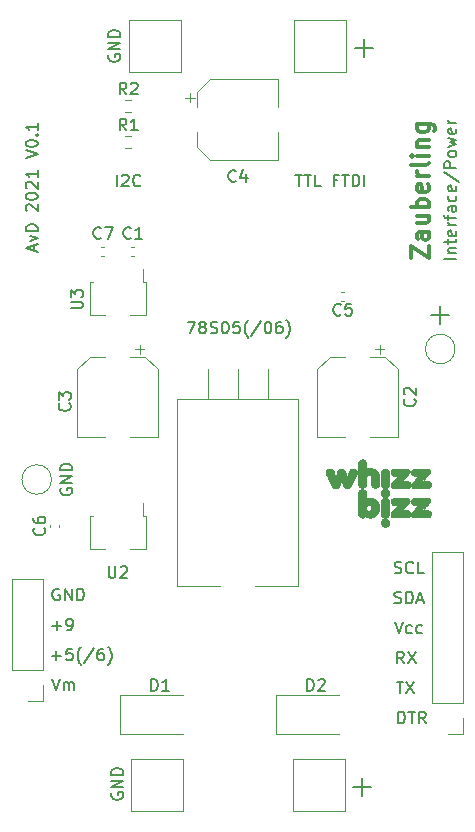
<source format=gto>
G04 #@! TF.GenerationSoftware,KiCad,Pcbnew,(5.1.10-1-10_14)*
G04 #@! TF.CreationDate,2021-12-02T22:50:33+01:00*
G04 #@! TF.ProjectId,Power-Zauberling,506f7765-722d-45a6-9175-6265726c696e,rev?*
G04 #@! TF.SameCoordinates,Original*
G04 #@! TF.FileFunction,Legend,Top*
G04 #@! TF.FilePolarity,Positive*
%FSLAX46Y46*%
G04 Gerber Fmt 4.6, Leading zero omitted, Abs format (unit mm)*
G04 Created by KiCad (PCBNEW (5.1.10-1-10_14)) date 2021-12-02 22:50:33*
%MOMM*%
%LPD*%
G01*
G04 APERTURE LIST*
%ADD10C,0.150000*%
%ADD11C,0.300000*%
%ADD12C,0.010000*%
%ADD13C,0.120000*%
%ADD14C,0.800000*%
%ADD15C,6.400000*%
%ADD16C,2.000000*%
%ADD17R,4.000000X4.000000*%
%ADD18O,1.905000X2.000000*%
%ADD19R,1.905000X2.000000*%
%ADD20O,3.500000X3.500000*%
%ADD21O,1.700000X1.700000*%
%ADD22R,1.700000X1.700000*%
%ADD23C,0.100000*%
%ADD24R,0.900000X1.300000*%
%ADD25R,2.500000X1.800000*%
%ADD26O,1.200000X1.750000*%
%ADD27O,1.700000X2.000000*%
G04 APERTURE END LIST*
D10*
X135167666Y-62300761D02*
X135167666Y-61824571D01*
X135453380Y-62396000D02*
X134453380Y-62062666D01*
X135453380Y-61729333D01*
X134786714Y-61491238D02*
X135453380Y-61253142D01*
X134786714Y-61015047D01*
X135453380Y-60634095D02*
X134453380Y-60634095D01*
X134453380Y-60396000D01*
X134501000Y-60253142D01*
X134596238Y-60157904D01*
X134691476Y-60110285D01*
X134881952Y-60062666D01*
X135024809Y-60062666D01*
X135215285Y-60110285D01*
X135310523Y-60157904D01*
X135405761Y-60253142D01*
X135453380Y-60396000D01*
X135453380Y-60634095D01*
X134548619Y-58919809D02*
X134501000Y-58872190D01*
X134453380Y-58776952D01*
X134453380Y-58538857D01*
X134501000Y-58443619D01*
X134548619Y-58396000D01*
X134643857Y-58348380D01*
X134739095Y-58348380D01*
X134881952Y-58396000D01*
X135453380Y-58967428D01*
X135453380Y-58348380D01*
X134453380Y-57729333D02*
X134453380Y-57634095D01*
X134501000Y-57538857D01*
X134548619Y-57491238D01*
X134643857Y-57443619D01*
X134834333Y-57396000D01*
X135072428Y-57396000D01*
X135262904Y-57443619D01*
X135358142Y-57491238D01*
X135405761Y-57538857D01*
X135453380Y-57634095D01*
X135453380Y-57729333D01*
X135405761Y-57824571D01*
X135358142Y-57872190D01*
X135262904Y-57919809D01*
X135072428Y-57967428D01*
X134834333Y-57967428D01*
X134643857Y-57919809D01*
X134548619Y-57872190D01*
X134501000Y-57824571D01*
X134453380Y-57729333D01*
X134548619Y-57015047D02*
X134501000Y-56967428D01*
X134453380Y-56872190D01*
X134453380Y-56634095D01*
X134501000Y-56538857D01*
X134548619Y-56491238D01*
X134643857Y-56443619D01*
X134739095Y-56443619D01*
X134881952Y-56491238D01*
X135453380Y-57062666D01*
X135453380Y-56443619D01*
X135453380Y-55491238D02*
X135453380Y-56062666D01*
X135453380Y-55776952D02*
X134453380Y-55776952D01*
X134596238Y-55872190D01*
X134691476Y-55967428D01*
X134739095Y-56062666D01*
X134453380Y-54443619D02*
X135453380Y-54110285D01*
X134453380Y-53776952D01*
X134453380Y-53253142D02*
X134453380Y-53157904D01*
X134501000Y-53062666D01*
X134548619Y-53015047D01*
X134643857Y-52967428D01*
X134834333Y-52919809D01*
X135072428Y-52919809D01*
X135262904Y-52967428D01*
X135358142Y-53015047D01*
X135405761Y-53062666D01*
X135453380Y-53157904D01*
X135453380Y-53253142D01*
X135405761Y-53348380D01*
X135358142Y-53396000D01*
X135262904Y-53443619D01*
X135072428Y-53491238D01*
X134834333Y-53491238D01*
X134643857Y-53443619D01*
X134548619Y-53396000D01*
X134501000Y-53348380D01*
X134453380Y-53253142D01*
X135358142Y-52491238D02*
X135405761Y-52443619D01*
X135453380Y-52491238D01*
X135405761Y-52538857D01*
X135358142Y-52491238D01*
X135453380Y-52491238D01*
X135453380Y-51491238D02*
X135453380Y-52062666D01*
X135453380Y-51776952D02*
X134453380Y-51776952D01*
X134596238Y-51872190D01*
X134691476Y-51967428D01*
X134739095Y-52062666D01*
X157274000Y-55840380D02*
X157845428Y-55840380D01*
X157559714Y-56840380D02*
X157559714Y-55840380D01*
X158035904Y-55840380D02*
X158607333Y-55840380D01*
X158321619Y-56840380D02*
X158321619Y-55840380D01*
X159416857Y-56840380D02*
X158940666Y-56840380D01*
X158940666Y-55840380D01*
X160845428Y-56316571D02*
X160512095Y-56316571D01*
X160512095Y-56840380D02*
X160512095Y-55840380D01*
X160988285Y-55840380D01*
X161226380Y-55840380D02*
X161797809Y-55840380D01*
X161512095Y-56840380D02*
X161512095Y-55840380D01*
X162131142Y-56840380D02*
X162131142Y-55840380D01*
X162369238Y-55840380D01*
X162512095Y-55888000D01*
X162607333Y-55983238D01*
X162654952Y-56078476D01*
X162702571Y-56268952D01*
X162702571Y-56411809D01*
X162654952Y-56602285D01*
X162607333Y-56697523D01*
X162512095Y-56792761D01*
X162369238Y-56840380D01*
X162131142Y-56840380D01*
X163131142Y-56840380D02*
X163131142Y-55840380D01*
X142152809Y-56840380D02*
X142152809Y-55840380D01*
X142581380Y-55935619D02*
X142629000Y-55888000D01*
X142724238Y-55840380D01*
X142962333Y-55840380D01*
X143057571Y-55888000D01*
X143105190Y-55935619D01*
X143152809Y-56030857D01*
X143152809Y-56126095D01*
X143105190Y-56268952D01*
X142533761Y-56840380D01*
X143152809Y-56840380D01*
X144152809Y-56745142D02*
X144105190Y-56792761D01*
X143962333Y-56840380D01*
X143867095Y-56840380D01*
X143724238Y-56792761D01*
X143629000Y-56697523D01*
X143581380Y-56602285D01*
X143533761Y-56411809D01*
X143533761Y-56268952D01*
X143581380Y-56078476D01*
X143629000Y-55983238D01*
X143724238Y-55888000D01*
X143867095Y-55840380D01*
X143962333Y-55840380D01*
X144105190Y-55888000D01*
X144152809Y-55935619D01*
X170886380Y-62959523D02*
X169886380Y-62959523D01*
X170219714Y-62483333D02*
X170886380Y-62483333D01*
X170314952Y-62483333D02*
X170267333Y-62435714D01*
X170219714Y-62340476D01*
X170219714Y-62197619D01*
X170267333Y-62102380D01*
X170362571Y-62054761D01*
X170886380Y-62054761D01*
X170219714Y-61721428D02*
X170219714Y-61340476D01*
X169886380Y-61578571D02*
X170743523Y-61578571D01*
X170838761Y-61530952D01*
X170886380Y-61435714D01*
X170886380Y-61340476D01*
X170838761Y-60626190D02*
X170886380Y-60721428D01*
X170886380Y-60911904D01*
X170838761Y-61007142D01*
X170743523Y-61054761D01*
X170362571Y-61054761D01*
X170267333Y-61007142D01*
X170219714Y-60911904D01*
X170219714Y-60721428D01*
X170267333Y-60626190D01*
X170362571Y-60578571D01*
X170457809Y-60578571D01*
X170553047Y-61054761D01*
X170886380Y-60150000D02*
X170219714Y-60150000D01*
X170410190Y-60150000D02*
X170314952Y-60102380D01*
X170267333Y-60054761D01*
X170219714Y-59959523D01*
X170219714Y-59864285D01*
X170219714Y-59673809D02*
X170219714Y-59292857D01*
X170886380Y-59530952D02*
X170029238Y-59530952D01*
X169934000Y-59483333D01*
X169886380Y-59388095D01*
X169886380Y-59292857D01*
X170886380Y-58530952D02*
X170362571Y-58530952D01*
X170267333Y-58578571D01*
X170219714Y-58673809D01*
X170219714Y-58864285D01*
X170267333Y-58959523D01*
X170838761Y-58530952D02*
X170886380Y-58626190D01*
X170886380Y-58864285D01*
X170838761Y-58959523D01*
X170743523Y-59007142D01*
X170648285Y-59007142D01*
X170553047Y-58959523D01*
X170505428Y-58864285D01*
X170505428Y-58626190D01*
X170457809Y-58530952D01*
X170838761Y-57626190D02*
X170886380Y-57721428D01*
X170886380Y-57911904D01*
X170838761Y-58007142D01*
X170791142Y-58054761D01*
X170695904Y-58102380D01*
X170410190Y-58102380D01*
X170314952Y-58054761D01*
X170267333Y-58007142D01*
X170219714Y-57911904D01*
X170219714Y-57721428D01*
X170267333Y-57626190D01*
X170838761Y-56816666D02*
X170886380Y-56911904D01*
X170886380Y-57102380D01*
X170838761Y-57197619D01*
X170743523Y-57245238D01*
X170362571Y-57245238D01*
X170267333Y-57197619D01*
X170219714Y-57102380D01*
X170219714Y-56911904D01*
X170267333Y-56816666D01*
X170362571Y-56769047D01*
X170457809Y-56769047D01*
X170553047Y-57245238D01*
X169838761Y-55626190D02*
X171124476Y-56483333D01*
X170886380Y-55292857D02*
X169886380Y-55292857D01*
X169886380Y-54911904D01*
X169934000Y-54816666D01*
X169981619Y-54769047D01*
X170076857Y-54721428D01*
X170219714Y-54721428D01*
X170314952Y-54769047D01*
X170362571Y-54816666D01*
X170410190Y-54911904D01*
X170410190Y-55292857D01*
X170886380Y-54150000D02*
X170838761Y-54245238D01*
X170791142Y-54292857D01*
X170695904Y-54340476D01*
X170410190Y-54340476D01*
X170314952Y-54292857D01*
X170267333Y-54245238D01*
X170219714Y-54150000D01*
X170219714Y-54007142D01*
X170267333Y-53911904D01*
X170314952Y-53864285D01*
X170410190Y-53816666D01*
X170695904Y-53816666D01*
X170791142Y-53864285D01*
X170838761Y-53911904D01*
X170886380Y-54007142D01*
X170886380Y-54150000D01*
X170219714Y-53483333D02*
X170886380Y-53292857D01*
X170410190Y-53102380D01*
X170886380Y-52911904D01*
X170219714Y-52721428D01*
X170838761Y-51959523D02*
X170886380Y-52054761D01*
X170886380Y-52245238D01*
X170838761Y-52340476D01*
X170743523Y-52388095D01*
X170362571Y-52388095D01*
X170267333Y-52340476D01*
X170219714Y-52245238D01*
X170219714Y-52054761D01*
X170267333Y-51959523D01*
X170362571Y-51911904D01*
X170457809Y-51911904D01*
X170553047Y-52388095D01*
X170886380Y-51483333D02*
X170219714Y-51483333D01*
X170410190Y-51483333D02*
X170314952Y-51435714D01*
X170267333Y-51388095D01*
X170219714Y-51292857D01*
X170219714Y-51197619D01*
D11*
X167072571Y-62900000D02*
X167072571Y-61900000D01*
X168572571Y-62900000D01*
X168572571Y-61900000D01*
X168572571Y-60685714D02*
X167786857Y-60685714D01*
X167644000Y-60757142D01*
X167572571Y-60900000D01*
X167572571Y-61185714D01*
X167644000Y-61328571D01*
X168501142Y-60685714D02*
X168572571Y-60828571D01*
X168572571Y-61185714D01*
X168501142Y-61328571D01*
X168358285Y-61400000D01*
X168215428Y-61400000D01*
X168072571Y-61328571D01*
X168001142Y-61185714D01*
X168001142Y-60828571D01*
X167929714Y-60685714D01*
X167572571Y-59328571D02*
X168572571Y-59328571D01*
X167572571Y-59971428D02*
X168358285Y-59971428D01*
X168501142Y-59900000D01*
X168572571Y-59757142D01*
X168572571Y-59542857D01*
X168501142Y-59400000D01*
X168429714Y-59328571D01*
X168572571Y-58614285D02*
X167072571Y-58614285D01*
X167644000Y-58614285D02*
X167572571Y-58471428D01*
X167572571Y-58185714D01*
X167644000Y-58042857D01*
X167715428Y-57971428D01*
X167858285Y-57900000D01*
X168286857Y-57900000D01*
X168429714Y-57971428D01*
X168501142Y-58042857D01*
X168572571Y-58185714D01*
X168572571Y-58471428D01*
X168501142Y-58614285D01*
X168501142Y-56685714D02*
X168572571Y-56828571D01*
X168572571Y-57114285D01*
X168501142Y-57257142D01*
X168358285Y-57328571D01*
X167786857Y-57328571D01*
X167644000Y-57257142D01*
X167572571Y-57114285D01*
X167572571Y-56828571D01*
X167644000Y-56685714D01*
X167786857Y-56614285D01*
X167929714Y-56614285D01*
X168072571Y-57328571D01*
X168572571Y-55971428D02*
X167572571Y-55971428D01*
X167858285Y-55971428D02*
X167715428Y-55900000D01*
X167644000Y-55828571D01*
X167572571Y-55685714D01*
X167572571Y-55542857D01*
X168572571Y-54828571D02*
X168501142Y-54971428D01*
X168358285Y-55042857D01*
X167072571Y-55042857D01*
X168572571Y-54257142D02*
X167572571Y-54257142D01*
X167072571Y-54257142D02*
X167144000Y-54328571D01*
X167215428Y-54257142D01*
X167144000Y-54185714D01*
X167072571Y-54257142D01*
X167215428Y-54257142D01*
X167572571Y-53542857D02*
X168572571Y-53542857D01*
X167715428Y-53542857D02*
X167644000Y-53471428D01*
X167572571Y-53328571D01*
X167572571Y-53114285D01*
X167644000Y-52971428D01*
X167786857Y-52900000D01*
X168572571Y-52900000D01*
X167572571Y-51542857D02*
X168786857Y-51542857D01*
X168929714Y-51614285D01*
X169001142Y-51685714D01*
X169072571Y-51828571D01*
X169072571Y-52042857D01*
X169001142Y-52185714D01*
X168501142Y-51542857D02*
X168572571Y-51685714D01*
X168572571Y-51971428D01*
X168501142Y-52114285D01*
X168429714Y-52185714D01*
X168286857Y-52257142D01*
X167858285Y-52257142D01*
X167715428Y-52185714D01*
X167644000Y-52114285D01*
X167572571Y-51971428D01*
X167572571Y-51685714D01*
X167644000Y-51542857D01*
D10*
X165989142Y-102306380D02*
X165989142Y-101306380D01*
X166227238Y-101306380D01*
X166370095Y-101354000D01*
X166465333Y-101449238D01*
X166512952Y-101544476D01*
X166560571Y-101734952D01*
X166560571Y-101877809D01*
X166512952Y-102068285D01*
X166465333Y-102163523D01*
X166370095Y-102258761D01*
X166227238Y-102306380D01*
X165989142Y-102306380D01*
X166846285Y-101306380D02*
X167417714Y-101306380D01*
X167132000Y-102306380D02*
X167132000Y-101306380D01*
X168322476Y-102306380D02*
X167989142Y-101830190D01*
X167751047Y-102306380D02*
X167751047Y-101306380D01*
X168132000Y-101306380D01*
X168227238Y-101354000D01*
X168274857Y-101401619D01*
X168322476Y-101496857D01*
X168322476Y-101639714D01*
X168274857Y-101734952D01*
X168227238Y-101782571D01*
X168132000Y-101830190D01*
X167751047Y-101830190D01*
X165862095Y-98766380D02*
X166433523Y-98766380D01*
X166147809Y-99766380D02*
X166147809Y-98766380D01*
X166671619Y-98766380D02*
X167338285Y-99766380D01*
X167338285Y-98766380D02*
X166671619Y-99766380D01*
X166457333Y-97226380D02*
X166124000Y-96750190D01*
X165885904Y-97226380D02*
X165885904Y-96226380D01*
X166266857Y-96226380D01*
X166362095Y-96274000D01*
X166409714Y-96321619D01*
X166457333Y-96416857D01*
X166457333Y-96559714D01*
X166409714Y-96654952D01*
X166362095Y-96702571D01*
X166266857Y-96750190D01*
X165885904Y-96750190D01*
X166790666Y-96226380D02*
X167457333Y-97226380D01*
X167457333Y-96226380D02*
X166790666Y-97226380D01*
X165687523Y-93686380D02*
X166020857Y-94686380D01*
X166354190Y-93686380D01*
X167116095Y-94638761D02*
X167020857Y-94686380D01*
X166830380Y-94686380D01*
X166735142Y-94638761D01*
X166687523Y-94591142D01*
X166639904Y-94495904D01*
X166639904Y-94210190D01*
X166687523Y-94114952D01*
X166735142Y-94067333D01*
X166830380Y-94019714D01*
X167020857Y-94019714D01*
X167116095Y-94067333D01*
X167973238Y-94638761D02*
X167878000Y-94686380D01*
X167687523Y-94686380D01*
X167592285Y-94638761D01*
X167544666Y-94591142D01*
X167497047Y-94495904D01*
X167497047Y-94210190D01*
X167544666Y-94114952D01*
X167592285Y-94067333D01*
X167687523Y-94019714D01*
X167878000Y-94019714D01*
X167973238Y-94067333D01*
X165663714Y-92098761D02*
X165806571Y-92146380D01*
X166044666Y-92146380D01*
X166139904Y-92098761D01*
X166187523Y-92051142D01*
X166235142Y-91955904D01*
X166235142Y-91860666D01*
X166187523Y-91765428D01*
X166139904Y-91717809D01*
X166044666Y-91670190D01*
X165854190Y-91622571D01*
X165758952Y-91574952D01*
X165711333Y-91527333D01*
X165663714Y-91432095D01*
X165663714Y-91336857D01*
X165711333Y-91241619D01*
X165758952Y-91194000D01*
X165854190Y-91146380D01*
X166092285Y-91146380D01*
X166235142Y-91194000D01*
X166663714Y-92146380D02*
X166663714Y-91146380D01*
X166901809Y-91146380D01*
X167044666Y-91194000D01*
X167139904Y-91289238D01*
X167187523Y-91384476D01*
X167235142Y-91574952D01*
X167235142Y-91717809D01*
X167187523Y-91908285D01*
X167139904Y-92003523D01*
X167044666Y-92098761D01*
X166901809Y-92146380D01*
X166663714Y-92146380D01*
X167616095Y-91860666D02*
X168092285Y-91860666D01*
X167520857Y-92146380D02*
X167854190Y-91146380D01*
X168187523Y-92146380D01*
X165687523Y-89558761D02*
X165830380Y-89606380D01*
X166068476Y-89606380D01*
X166163714Y-89558761D01*
X166211333Y-89511142D01*
X166258952Y-89415904D01*
X166258952Y-89320666D01*
X166211333Y-89225428D01*
X166163714Y-89177809D01*
X166068476Y-89130190D01*
X165878000Y-89082571D01*
X165782761Y-89034952D01*
X165735142Y-88987333D01*
X165687523Y-88892095D01*
X165687523Y-88796857D01*
X165735142Y-88701619D01*
X165782761Y-88654000D01*
X165878000Y-88606380D01*
X166116095Y-88606380D01*
X166258952Y-88654000D01*
X167258952Y-89511142D02*
X167211333Y-89558761D01*
X167068476Y-89606380D01*
X166973238Y-89606380D01*
X166830380Y-89558761D01*
X166735142Y-89463523D01*
X166687523Y-89368285D01*
X166639904Y-89177809D01*
X166639904Y-89034952D01*
X166687523Y-88844476D01*
X166735142Y-88749238D01*
X166830380Y-88654000D01*
X166973238Y-88606380D01*
X167068476Y-88606380D01*
X167211333Y-88654000D01*
X167258952Y-88701619D01*
X168163714Y-89606380D02*
X167687523Y-89606380D01*
X167687523Y-88606380D01*
X136668000Y-98512380D02*
X137001333Y-99512380D01*
X137334666Y-98512380D01*
X137668000Y-99512380D02*
X137668000Y-98845714D01*
X137668000Y-98940952D02*
X137715619Y-98893333D01*
X137810857Y-98845714D01*
X137953714Y-98845714D01*
X138048952Y-98893333D01*
X138096571Y-98988571D01*
X138096571Y-99512380D01*
X138096571Y-98988571D02*
X138144190Y-98893333D01*
X138239428Y-98845714D01*
X138382285Y-98845714D01*
X138477523Y-98893333D01*
X138525142Y-98988571D01*
X138525142Y-99512380D01*
X136668190Y-96591428D02*
X137430095Y-96591428D01*
X137049142Y-96972380D02*
X137049142Y-96210476D01*
X138382476Y-95972380D02*
X137906285Y-95972380D01*
X137858666Y-96448571D01*
X137906285Y-96400952D01*
X138001523Y-96353333D01*
X138239619Y-96353333D01*
X138334857Y-96400952D01*
X138382476Y-96448571D01*
X138430095Y-96543809D01*
X138430095Y-96781904D01*
X138382476Y-96877142D01*
X138334857Y-96924761D01*
X138239619Y-96972380D01*
X138001523Y-96972380D01*
X137906285Y-96924761D01*
X137858666Y-96877142D01*
X139144380Y-97353333D02*
X139096761Y-97305714D01*
X139001523Y-97162857D01*
X138953904Y-97067619D01*
X138906285Y-96924761D01*
X138858666Y-96686666D01*
X138858666Y-96496190D01*
X138906285Y-96258095D01*
X138953904Y-96115238D01*
X139001523Y-96020000D01*
X139096761Y-95877142D01*
X139144380Y-95829523D01*
X140239619Y-95924761D02*
X139382476Y-97210476D01*
X141001523Y-95972380D02*
X140811047Y-95972380D01*
X140715809Y-96020000D01*
X140668190Y-96067619D01*
X140572952Y-96210476D01*
X140525333Y-96400952D01*
X140525333Y-96781904D01*
X140572952Y-96877142D01*
X140620571Y-96924761D01*
X140715809Y-96972380D01*
X140906285Y-96972380D01*
X141001523Y-96924761D01*
X141049142Y-96877142D01*
X141096761Y-96781904D01*
X141096761Y-96543809D01*
X141049142Y-96448571D01*
X141001523Y-96400952D01*
X140906285Y-96353333D01*
X140715809Y-96353333D01*
X140620571Y-96400952D01*
X140572952Y-96448571D01*
X140525333Y-96543809D01*
X141430095Y-97353333D02*
X141477714Y-97305714D01*
X141572952Y-97162857D01*
X141620571Y-97067619D01*
X141668190Y-96924761D01*
X141715809Y-96686666D01*
X141715809Y-96496190D01*
X141668190Y-96258095D01*
X141620571Y-96115238D01*
X141572952Y-96020000D01*
X141477714Y-95877142D01*
X141430095Y-95829523D01*
X136683857Y-94051428D02*
X137445761Y-94051428D01*
X137064809Y-94432380D02*
X137064809Y-93670476D01*
X137969571Y-94432380D02*
X138160047Y-94432380D01*
X138255285Y-94384761D01*
X138302904Y-94337142D01*
X138398142Y-94194285D01*
X138445761Y-94003809D01*
X138445761Y-93622857D01*
X138398142Y-93527619D01*
X138350523Y-93480000D01*
X138255285Y-93432380D01*
X138064809Y-93432380D01*
X137969571Y-93480000D01*
X137921952Y-93527619D01*
X137874333Y-93622857D01*
X137874333Y-93860952D01*
X137921952Y-93956190D01*
X137969571Y-94003809D01*
X138064809Y-94051428D01*
X138255285Y-94051428D01*
X138350523Y-94003809D01*
X138398142Y-93956190D01*
X138445761Y-93860952D01*
X137287095Y-90940000D02*
X137191857Y-90892380D01*
X137049000Y-90892380D01*
X136906142Y-90940000D01*
X136810904Y-91035238D01*
X136763285Y-91130476D01*
X136715666Y-91320952D01*
X136715666Y-91463809D01*
X136763285Y-91654285D01*
X136810904Y-91749523D01*
X136906142Y-91844761D01*
X137049000Y-91892380D01*
X137144238Y-91892380D01*
X137287095Y-91844761D01*
X137334714Y-91797142D01*
X137334714Y-91463809D01*
X137144238Y-91463809D01*
X137763285Y-91892380D02*
X137763285Y-90892380D01*
X138334714Y-91892380D01*
X138334714Y-90892380D01*
X138810904Y-91892380D02*
X138810904Y-90892380D01*
X139049000Y-90892380D01*
X139191857Y-90940000D01*
X139287095Y-91035238D01*
X139334714Y-91130476D01*
X139382333Y-91320952D01*
X139382333Y-91463809D01*
X139334714Y-91654285D01*
X139287095Y-91749523D01*
X139191857Y-91844761D01*
X139049000Y-91892380D01*
X138810904Y-91892380D01*
D12*
G36*
X164925574Y-84951341D02*
G01*
X164979533Y-84964314D01*
X165030200Y-84985358D01*
X165076809Y-85013975D01*
X165118593Y-85049668D01*
X165154785Y-85091936D01*
X165184618Y-85140283D01*
X165192834Y-85157260D01*
X165207429Y-85195043D01*
X165216588Y-85233200D01*
X165220945Y-85274892D01*
X165221526Y-85300127D01*
X165219879Y-85341842D01*
X165214379Y-85378504D01*
X165204187Y-85413719D01*
X165188462Y-85451094D01*
X165184427Y-85459455D01*
X165173983Y-85479655D01*
X165163818Y-85496319D01*
X165152094Y-85511916D01*
X165136973Y-85528913D01*
X165118622Y-85547764D01*
X165099046Y-85567014D01*
X165083192Y-85581255D01*
X165068569Y-85592314D01*
X165052685Y-85602015D01*
X165033048Y-85612185D01*
X165025996Y-85615628D01*
X164995680Y-85629037D01*
X164966366Y-85639689D01*
X164942022Y-85646236D01*
X164903405Y-85651413D01*
X164861130Y-85652702D01*
X164819634Y-85650113D01*
X164792891Y-85645887D01*
X164774886Y-85640887D01*
X164752118Y-85632808D01*
X164727975Y-85622920D01*
X164712501Y-85615808D01*
X164690603Y-85604769D01*
X164673418Y-85594730D01*
X164658258Y-85583735D01*
X164642434Y-85569827D01*
X164623260Y-85551047D01*
X164622445Y-85550227D01*
X164594591Y-85520396D01*
X164572994Y-85492702D01*
X164555970Y-85464563D01*
X164541835Y-85433394D01*
X164535864Y-85417397D01*
X164521292Y-85362882D01*
X164515605Y-85307815D01*
X164518601Y-85253150D01*
X164530077Y-85199839D01*
X164549832Y-85148838D01*
X164577664Y-85101099D01*
X164611683Y-85059341D01*
X164655127Y-85019699D01*
X164701994Y-84988630D01*
X164752255Y-84966148D01*
X164805883Y-84952264D01*
X164862847Y-84946991D01*
X164869091Y-84946937D01*
X164925574Y-84951341D01*
G37*
X164925574Y-84951341D02*
X164979533Y-84964314D01*
X165030200Y-84985358D01*
X165076809Y-85013975D01*
X165118593Y-85049668D01*
X165154785Y-85091936D01*
X165184618Y-85140283D01*
X165192834Y-85157260D01*
X165207429Y-85195043D01*
X165216588Y-85233200D01*
X165220945Y-85274892D01*
X165221526Y-85300127D01*
X165219879Y-85341842D01*
X165214379Y-85378504D01*
X165204187Y-85413719D01*
X165188462Y-85451094D01*
X165184427Y-85459455D01*
X165173983Y-85479655D01*
X165163818Y-85496319D01*
X165152094Y-85511916D01*
X165136973Y-85528913D01*
X165118622Y-85547764D01*
X165099046Y-85567014D01*
X165083192Y-85581255D01*
X165068569Y-85592314D01*
X165052685Y-85602015D01*
X165033048Y-85612185D01*
X165025996Y-85615628D01*
X164995680Y-85629037D01*
X164966366Y-85639689D01*
X164942022Y-85646236D01*
X164903405Y-85651413D01*
X164861130Y-85652702D01*
X164819634Y-85650113D01*
X164792891Y-85645887D01*
X164774886Y-85640887D01*
X164752118Y-85632808D01*
X164727975Y-85622920D01*
X164712501Y-85615808D01*
X164690603Y-85604769D01*
X164673418Y-85594730D01*
X164658258Y-85583735D01*
X164642434Y-85569827D01*
X164623260Y-85551047D01*
X164622445Y-85550227D01*
X164594591Y-85520396D01*
X164572994Y-85492702D01*
X164555970Y-85464563D01*
X164541835Y-85433394D01*
X164535864Y-85417397D01*
X164521292Y-85362882D01*
X164515605Y-85307815D01*
X164518601Y-85253150D01*
X164530077Y-85199839D01*
X164549832Y-85148838D01*
X164577664Y-85101099D01*
X164611683Y-85059341D01*
X164655127Y-85019699D01*
X164701994Y-84988630D01*
X164752255Y-84966148D01*
X164805883Y-84952264D01*
X164862847Y-84946991D01*
X164869091Y-84946937D01*
X164925574Y-84951341D01*
G36*
X164923170Y-83218369D02*
G01*
X164975515Y-83230666D01*
X165024143Y-83251266D01*
X165069612Y-83280388D01*
X165097674Y-83303931D01*
X165136160Y-83344993D01*
X165166210Y-83389643D01*
X165188045Y-83438328D01*
X165201887Y-83491496D01*
X165206178Y-83522853D01*
X165206923Y-83535339D01*
X165207602Y-83556256D01*
X165208214Y-83584834D01*
X165208759Y-83620300D01*
X165209237Y-83661883D01*
X165209649Y-83708811D01*
X165209994Y-83760312D01*
X165210274Y-83815614D01*
X165210488Y-83873946D01*
X165210635Y-83934536D01*
X165210717Y-83996613D01*
X165210734Y-84059403D01*
X165210685Y-84122137D01*
X165210571Y-84184041D01*
X165210392Y-84244345D01*
X165210148Y-84302276D01*
X165209840Y-84357062D01*
X165209466Y-84407933D01*
X165209029Y-84454116D01*
X165208527Y-84494840D01*
X165207961Y-84529332D01*
X165207331Y-84556821D01*
X165206637Y-84576536D01*
X165205964Y-84586946D01*
X165197633Y-84638266D01*
X165183347Y-84683787D01*
X165162273Y-84725393D01*
X165133583Y-84764968D01*
X165121372Y-84778924D01*
X165081156Y-84816904D01*
X165036919Y-84847497D01*
X164989699Y-84870094D01*
X164942771Y-84883651D01*
X164893066Y-84891305D01*
X164849602Y-84893150D01*
X164811471Y-84889223D01*
X164811364Y-84889202D01*
X164762469Y-84876752D01*
X164718950Y-84858609D01*
X164678804Y-84833694D01*
X164640026Y-84800929D01*
X164631227Y-84792307D01*
X164610543Y-84770744D01*
X164595049Y-84752355D01*
X164582752Y-84734503D01*
X164571660Y-84714554D01*
X164570023Y-84711309D01*
X164564812Y-84701089D01*
X164560131Y-84692043D01*
X164555952Y-84683648D01*
X164552247Y-84675384D01*
X164548987Y-84666728D01*
X164546144Y-84657159D01*
X164543690Y-84646155D01*
X164541596Y-84633195D01*
X164539834Y-84617758D01*
X164538376Y-84599321D01*
X164537193Y-84577363D01*
X164536257Y-84551362D01*
X164535540Y-84520797D01*
X164535013Y-84485147D01*
X164534648Y-84443889D01*
X164534416Y-84396502D01*
X164534290Y-84342465D01*
X164534241Y-84281255D01*
X164534241Y-84212352D01*
X164534261Y-84135234D01*
X164534273Y-84053218D01*
X164534273Y-83494418D01*
X164544909Y-83457681D01*
X164557470Y-83420432D01*
X164572679Y-83388218D01*
X164592124Y-83358421D01*
X164617391Y-83328427D01*
X164633403Y-83311839D01*
X164672761Y-83276578D01*
X164712373Y-83249837D01*
X164753741Y-83230988D01*
X164798371Y-83219400D01*
X164847765Y-83214443D01*
X164866549Y-83214159D01*
X164923170Y-83218369D01*
G37*
X164923170Y-83218369D02*
X164975515Y-83230666D01*
X165024143Y-83251266D01*
X165069612Y-83280388D01*
X165097674Y-83303931D01*
X165136160Y-83344993D01*
X165166210Y-83389643D01*
X165188045Y-83438328D01*
X165201887Y-83491496D01*
X165206178Y-83522853D01*
X165206923Y-83535339D01*
X165207602Y-83556256D01*
X165208214Y-83584834D01*
X165208759Y-83620300D01*
X165209237Y-83661883D01*
X165209649Y-83708811D01*
X165209994Y-83760312D01*
X165210274Y-83815614D01*
X165210488Y-83873946D01*
X165210635Y-83934536D01*
X165210717Y-83996613D01*
X165210734Y-84059403D01*
X165210685Y-84122137D01*
X165210571Y-84184041D01*
X165210392Y-84244345D01*
X165210148Y-84302276D01*
X165209840Y-84357062D01*
X165209466Y-84407933D01*
X165209029Y-84454116D01*
X165208527Y-84494840D01*
X165207961Y-84529332D01*
X165207331Y-84556821D01*
X165206637Y-84576536D01*
X165205964Y-84586946D01*
X165197633Y-84638266D01*
X165183347Y-84683787D01*
X165162273Y-84725393D01*
X165133583Y-84764968D01*
X165121372Y-84778924D01*
X165081156Y-84816904D01*
X165036919Y-84847497D01*
X164989699Y-84870094D01*
X164942771Y-84883651D01*
X164893066Y-84891305D01*
X164849602Y-84893150D01*
X164811471Y-84889223D01*
X164811364Y-84889202D01*
X164762469Y-84876752D01*
X164718950Y-84858609D01*
X164678804Y-84833694D01*
X164640026Y-84800929D01*
X164631227Y-84792307D01*
X164610543Y-84770744D01*
X164595049Y-84752355D01*
X164582752Y-84734503D01*
X164571660Y-84714554D01*
X164570023Y-84711309D01*
X164564812Y-84701089D01*
X164560131Y-84692043D01*
X164555952Y-84683648D01*
X164552247Y-84675384D01*
X164548987Y-84666728D01*
X164546144Y-84657159D01*
X164543690Y-84646155D01*
X164541596Y-84633195D01*
X164539834Y-84617758D01*
X164538376Y-84599321D01*
X164537193Y-84577363D01*
X164536257Y-84551362D01*
X164535540Y-84520797D01*
X164535013Y-84485147D01*
X164534648Y-84443889D01*
X164534416Y-84396502D01*
X164534290Y-84342465D01*
X164534241Y-84281255D01*
X164534241Y-84212352D01*
X164534261Y-84135234D01*
X164534273Y-84053218D01*
X164534273Y-83494418D01*
X164544909Y-83457681D01*
X164557470Y-83420432D01*
X164572679Y-83388218D01*
X164592124Y-83358421D01*
X164617391Y-83328427D01*
X164633403Y-83311839D01*
X164672761Y-83276578D01*
X164712373Y-83249837D01*
X164753741Y-83230988D01*
X164798371Y-83219400D01*
X164847765Y-83214443D01*
X164866549Y-83214159D01*
X164923170Y-83218369D01*
G36*
X162958528Y-82495406D02*
G01*
X162990114Y-82497703D01*
X163010273Y-82500935D01*
X163060978Y-82516569D01*
X163108301Y-82540204D01*
X163151349Y-82570944D01*
X163189226Y-82607896D01*
X163221038Y-82650163D01*
X163245890Y-82696852D01*
X163262886Y-82747068D01*
X163264847Y-82755509D01*
X163266314Y-82764819D01*
X163267552Y-82778590D01*
X163268576Y-82797454D01*
X163269401Y-82822046D01*
X163270041Y-82852999D01*
X163270510Y-82890948D01*
X163270825Y-82936527D01*
X163270998Y-82990368D01*
X163271038Y-83022748D01*
X163271088Y-83075943D01*
X163271177Y-83120629D01*
X163271331Y-83157534D01*
X163271573Y-83187385D01*
X163271931Y-83210910D01*
X163272429Y-83228838D01*
X163273093Y-83241894D01*
X163273947Y-83250807D01*
X163275017Y-83256305D01*
X163276329Y-83259115D01*
X163277907Y-83259965D01*
X163279282Y-83259754D01*
X163324893Y-83245745D01*
X163363440Y-83234520D01*
X163396551Y-83225730D01*
X163425849Y-83219027D01*
X163452963Y-83214063D01*
X163479518Y-83210491D01*
X163507139Y-83207962D01*
X163527412Y-83206658D01*
X163616643Y-83205890D01*
X163702785Y-83213715D01*
X163785687Y-83230094D01*
X163865201Y-83254987D01*
X163941175Y-83288356D01*
X164013460Y-83330161D01*
X164020915Y-83335096D01*
X164088096Y-83385029D01*
X164147639Y-83439843D01*
X164200124Y-83500201D01*
X164246129Y-83566768D01*
X164284959Y-83637582D01*
X164319009Y-83715846D01*
X164344696Y-83794587D01*
X164362333Y-83875193D01*
X164372234Y-83959053D01*
X164374799Y-84035338D01*
X164371015Y-84126518D01*
X164359832Y-84212737D01*
X164340975Y-84294716D01*
X164314169Y-84373174D01*
X164279139Y-84448833D01*
X164235610Y-84522413D01*
X164183308Y-84594633D01*
X164142774Y-84643125D01*
X164100392Y-84686486D01*
X164051440Y-84728433D01*
X163998565Y-84766957D01*
X163944413Y-84800049D01*
X163917746Y-84813901D01*
X163855311Y-84840067D01*
X163787306Y-84860959D01*
X163716026Y-84876144D01*
X163643765Y-84885191D01*
X163572818Y-84887667D01*
X163534437Y-84886018D01*
X163462946Y-84876641D01*
X163395901Y-84859443D01*
X163333578Y-84834538D01*
X163276255Y-84802041D01*
X163224207Y-84762068D01*
X163214628Y-84753347D01*
X163204696Y-84742965D01*
X163198431Y-84734319D01*
X163197309Y-84731154D01*
X163196142Y-84725619D01*
X163195423Y-84725164D01*
X163191182Y-84727494D01*
X163180008Y-84734110D01*
X163162827Y-84744449D01*
X163140568Y-84757950D01*
X163114158Y-84774049D01*
X163084525Y-84792185D01*
X163062148Y-84805923D01*
X162930759Y-84886682D01*
X162889698Y-84885166D01*
X162842724Y-84878938D01*
X162797443Y-84864263D01*
X162754735Y-84841898D01*
X162715477Y-84812597D01*
X162680550Y-84777115D01*
X162650832Y-84736206D01*
X162627201Y-84690626D01*
X162611978Y-84646655D01*
X162611024Y-84642727D01*
X162610147Y-84638056D01*
X162609344Y-84632253D01*
X162608613Y-84624931D01*
X162607949Y-84615703D01*
X162607350Y-84604181D01*
X162606813Y-84589978D01*
X162606333Y-84572707D01*
X162605908Y-84551981D01*
X162605535Y-84527411D01*
X162605210Y-84498611D01*
X162604930Y-84465194D01*
X162604691Y-84426771D01*
X162604491Y-84382956D01*
X162604326Y-84333362D01*
X162604193Y-84277600D01*
X162604088Y-84215285D01*
X162604008Y-84146027D01*
X162603950Y-84069441D01*
X162603944Y-84055338D01*
X163251134Y-84055338D01*
X163251156Y-84057837D01*
X163254590Y-84108824D01*
X163263967Y-84153435D01*
X163279660Y-84192660D01*
X163302039Y-84227489D01*
X163323926Y-84251800D01*
X163359895Y-84281712D01*
X163397536Y-84302597D01*
X163437267Y-84314582D01*
X163479507Y-84317791D01*
X163524675Y-84312350D01*
X163525806Y-84312112D01*
X163567854Y-84298669D01*
X163605299Y-84277409D01*
X163637453Y-84248879D01*
X163663627Y-84213628D01*
X163674110Y-84193965D01*
X163686180Y-84166079D01*
X163694444Y-84140361D01*
X163699491Y-84113876D01*
X163701910Y-84083691D01*
X163702340Y-84053218D01*
X163699553Y-84002951D01*
X163691496Y-83959406D01*
X163677766Y-83921456D01*
X163657959Y-83887975D01*
X163632809Y-83858948D01*
X163603098Y-83833613D01*
X163571965Y-83815508D01*
X163537024Y-83803517D01*
X163500617Y-83797061D01*
X163458962Y-83796567D01*
X163418007Y-83804552D01*
X163379084Y-83820279D01*
X163343525Y-83843012D01*
X163312661Y-83872014D01*
X163287824Y-83906550D01*
X163281603Y-83918170D01*
X163266941Y-83951564D01*
X163257472Y-83983281D01*
X163252451Y-84016734D01*
X163251134Y-84055338D01*
X162603944Y-84055338D01*
X162603911Y-83985138D01*
X162603888Y-83892732D01*
X162603876Y-83791834D01*
X162603873Y-83690691D01*
X162603873Y-82764746D01*
X162617276Y-82723852D01*
X162637641Y-82676096D01*
X162665926Y-82631502D01*
X162701009Y-82591350D01*
X162741766Y-82556923D01*
X162787076Y-82529500D01*
X162787985Y-82529050D01*
X162810344Y-82518998D01*
X162834089Y-82509906D01*
X162855304Y-82503223D01*
X162862491Y-82501488D01*
X162891115Y-82497312D01*
X162924328Y-82495280D01*
X162958528Y-82495406D01*
G37*
X162958528Y-82495406D02*
X162990114Y-82497703D01*
X163010273Y-82500935D01*
X163060978Y-82516569D01*
X163108301Y-82540204D01*
X163151349Y-82570944D01*
X163189226Y-82607896D01*
X163221038Y-82650163D01*
X163245890Y-82696852D01*
X163262886Y-82747068D01*
X163264847Y-82755509D01*
X163266314Y-82764819D01*
X163267552Y-82778590D01*
X163268576Y-82797454D01*
X163269401Y-82822046D01*
X163270041Y-82852999D01*
X163270510Y-82890948D01*
X163270825Y-82936527D01*
X163270998Y-82990368D01*
X163271038Y-83022748D01*
X163271088Y-83075943D01*
X163271177Y-83120629D01*
X163271331Y-83157534D01*
X163271573Y-83187385D01*
X163271931Y-83210910D01*
X163272429Y-83228838D01*
X163273093Y-83241894D01*
X163273947Y-83250807D01*
X163275017Y-83256305D01*
X163276329Y-83259115D01*
X163277907Y-83259965D01*
X163279282Y-83259754D01*
X163324893Y-83245745D01*
X163363440Y-83234520D01*
X163396551Y-83225730D01*
X163425849Y-83219027D01*
X163452963Y-83214063D01*
X163479518Y-83210491D01*
X163507139Y-83207962D01*
X163527412Y-83206658D01*
X163616643Y-83205890D01*
X163702785Y-83213715D01*
X163785687Y-83230094D01*
X163865201Y-83254987D01*
X163941175Y-83288356D01*
X164013460Y-83330161D01*
X164020915Y-83335096D01*
X164088096Y-83385029D01*
X164147639Y-83439843D01*
X164200124Y-83500201D01*
X164246129Y-83566768D01*
X164284959Y-83637582D01*
X164319009Y-83715846D01*
X164344696Y-83794587D01*
X164362333Y-83875193D01*
X164372234Y-83959053D01*
X164374799Y-84035338D01*
X164371015Y-84126518D01*
X164359832Y-84212737D01*
X164340975Y-84294716D01*
X164314169Y-84373174D01*
X164279139Y-84448833D01*
X164235610Y-84522413D01*
X164183308Y-84594633D01*
X164142774Y-84643125D01*
X164100392Y-84686486D01*
X164051440Y-84728433D01*
X163998565Y-84766957D01*
X163944413Y-84800049D01*
X163917746Y-84813901D01*
X163855311Y-84840067D01*
X163787306Y-84860959D01*
X163716026Y-84876144D01*
X163643765Y-84885191D01*
X163572818Y-84887667D01*
X163534437Y-84886018D01*
X163462946Y-84876641D01*
X163395901Y-84859443D01*
X163333578Y-84834538D01*
X163276255Y-84802041D01*
X163224207Y-84762068D01*
X163214628Y-84753347D01*
X163204696Y-84742965D01*
X163198431Y-84734319D01*
X163197309Y-84731154D01*
X163196142Y-84725619D01*
X163195423Y-84725164D01*
X163191182Y-84727494D01*
X163180008Y-84734110D01*
X163162827Y-84744449D01*
X163140568Y-84757950D01*
X163114158Y-84774049D01*
X163084525Y-84792185D01*
X163062148Y-84805923D01*
X162930759Y-84886682D01*
X162889698Y-84885166D01*
X162842724Y-84878938D01*
X162797443Y-84864263D01*
X162754735Y-84841898D01*
X162715477Y-84812597D01*
X162680550Y-84777115D01*
X162650832Y-84736206D01*
X162627201Y-84690626D01*
X162611978Y-84646655D01*
X162611024Y-84642727D01*
X162610147Y-84638056D01*
X162609344Y-84632253D01*
X162608613Y-84624931D01*
X162607949Y-84615703D01*
X162607350Y-84604181D01*
X162606813Y-84589978D01*
X162606333Y-84572707D01*
X162605908Y-84551981D01*
X162605535Y-84527411D01*
X162605210Y-84498611D01*
X162604930Y-84465194D01*
X162604691Y-84426771D01*
X162604491Y-84382956D01*
X162604326Y-84333362D01*
X162604193Y-84277600D01*
X162604088Y-84215285D01*
X162604008Y-84146027D01*
X162603950Y-84069441D01*
X162603944Y-84055338D01*
X163251134Y-84055338D01*
X163251156Y-84057837D01*
X163254590Y-84108824D01*
X163263967Y-84153435D01*
X163279660Y-84192660D01*
X163302039Y-84227489D01*
X163323926Y-84251800D01*
X163359895Y-84281712D01*
X163397536Y-84302597D01*
X163437267Y-84314582D01*
X163479507Y-84317791D01*
X163524675Y-84312350D01*
X163525806Y-84312112D01*
X163567854Y-84298669D01*
X163605299Y-84277409D01*
X163637453Y-84248879D01*
X163663627Y-84213628D01*
X163674110Y-84193965D01*
X163686180Y-84166079D01*
X163694444Y-84140361D01*
X163699491Y-84113876D01*
X163701910Y-84083691D01*
X163702340Y-84053218D01*
X163699553Y-84002951D01*
X163691496Y-83959406D01*
X163677766Y-83921456D01*
X163657959Y-83887975D01*
X163632809Y-83858948D01*
X163603098Y-83833613D01*
X163571965Y-83815508D01*
X163537024Y-83803517D01*
X163500617Y-83797061D01*
X163458962Y-83796567D01*
X163418007Y-83804552D01*
X163379084Y-83820279D01*
X163343525Y-83843012D01*
X163312661Y-83872014D01*
X163287824Y-83906550D01*
X163281603Y-83918170D01*
X163266941Y-83951564D01*
X163257472Y-83983281D01*
X163252451Y-84016734D01*
X163251134Y-84055338D01*
X162603944Y-84055338D01*
X162603911Y-83985138D01*
X162603888Y-83892732D01*
X162603876Y-83791834D01*
X162603873Y-83690691D01*
X162603873Y-82764746D01*
X162617276Y-82723852D01*
X162637641Y-82676096D01*
X162665926Y-82631502D01*
X162701009Y-82591350D01*
X162741766Y-82556923D01*
X162787076Y-82529500D01*
X162787985Y-82529050D01*
X162810344Y-82518998D01*
X162834089Y-82509906D01*
X162855304Y-82503223D01*
X162862491Y-82501488D01*
X162891115Y-82497312D01*
X162924328Y-82495280D01*
X162958528Y-82495406D01*
G36*
X166323116Y-83231190D02*
G01*
X166393303Y-83231230D01*
X166455773Y-83231322D01*
X166511032Y-83231486D01*
X166559587Y-83231742D01*
X166601943Y-83232110D01*
X166638607Y-83232611D01*
X166670085Y-83233266D01*
X166696884Y-83234093D01*
X166719510Y-83235115D01*
X166738469Y-83236350D01*
X166754268Y-83237820D01*
X166767413Y-83239545D01*
X166778411Y-83241545D01*
X166787767Y-83243841D01*
X166795988Y-83246452D01*
X166803580Y-83249399D01*
X166811051Y-83252703D01*
X166818905Y-83256384D01*
X166822061Y-83257869D01*
X166854762Y-83277927D01*
X166884380Y-83305185D01*
X166909403Y-83337744D01*
X166928320Y-83373701D01*
X166938068Y-83403754D01*
X166941153Y-83425278D01*
X166942108Y-83451658D01*
X166941098Y-83479810D01*
X166938289Y-83506652D01*
X166933847Y-83529103D01*
X166930837Y-83538291D01*
X166923964Y-83552879D01*
X166914032Y-83571137D01*
X166903203Y-83589091D01*
X166897438Y-83596995D01*
X166886167Y-83611404D01*
X166869845Y-83631766D01*
X166848927Y-83657529D01*
X166823866Y-83688143D01*
X166795117Y-83723055D01*
X166763134Y-83761714D01*
X166728372Y-83803569D01*
X166691285Y-83848067D01*
X166652327Y-83894657D01*
X166611953Y-83942788D01*
X166608413Y-83947000D01*
X166332850Y-84274891D01*
X166558089Y-84277391D01*
X166610364Y-84278000D01*
X166654250Y-84278590D01*
X166690592Y-84279198D01*
X166720238Y-84279862D01*
X166744032Y-84280616D01*
X166762822Y-84281499D01*
X166777454Y-84282546D01*
X166788774Y-84283795D01*
X166797630Y-84285281D01*
X166804866Y-84287042D01*
X166808728Y-84288227D01*
X166856571Y-84308387D01*
X166899932Y-84335582D01*
X166937923Y-84368903D01*
X166969659Y-84407441D01*
X166994251Y-84450288D01*
X167010369Y-84494829D01*
X167015257Y-84521013D01*
X167017930Y-84552108D01*
X167018390Y-84584993D01*
X167016641Y-84616551D01*
X167012687Y-84643661D01*
X167010188Y-84653582D01*
X166991162Y-84701367D01*
X166964422Y-84745222D01*
X166930940Y-84784110D01*
X166891688Y-84816998D01*
X166847638Y-84842848D01*
X166822478Y-84853416D01*
X166787946Y-84866018D01*
X166173728Y-84866805D01*
X166082679Y-84866907D01*
X166000423Y-84866964D01*
X165926516Y-84866973D01*
X165860514Y-84866931D01*
X165801973Y-84866832D01*
X165750451Y-84866674D01*
X165705502Y-84866454D01*
X165666683Y-84866166D01*
X165633552Y-84865808D01*
X165605663Y-84865375D01*
X165582573Y-84864865D01*
X165563839Y-84864273D01*
X165549017Y-84863595D01*
X165537663Y-84862828D01*
X165529333Y-84861968D01*
X165525223Y-84861338D01*
X165480132Y-84848680D01*
X165439512Y-84828114D01*
X165403944Y-84799953D01*
X165396093Y-84791958D01*
X165370057Y-84760660D01*
X165351978Y-84730036D01*
X165341047Y-84697858D01*
X165336449Y-84661901D01*
X165336767Y-84629284D01*
X165343067Y-84580312D01*
X165356210Y-84536950D01*
X165376062Y-84499597D01*
X165383229Y-84489723D01*
X165389119Y-84482462D01*
X165400523Y-84468707D01*
X165416979Y-84449006D01*
X165438026Y-84423909D01*
X165463201Y-84393963D01*
X165492042Y-84359717D01*
X165524088Y-84321720D01*
X165558876Y-84280521D01*
X165595945Y-84236667D01*
X165634832Y-84190707D01*
X165674086Y-84144358D01*
X165713767Y-84097504D01*
X165751699Y-84052666D01*
X165787463Y-84010346D01*
X165820639Y-83971040D01*
X165850807Y-83935250D01*
X165877546Y-83903474D01*
X165900437Y-83876211D01*
X165919060Y-83853961D01*
X165932993Y-83837222D01*
X165941818Y-83826495D01*
X165945115Y-83822277D01*
X165945128Y-83822240D01*
X165940677Y-83821739D01*
X165927993Y-83821277D01*
X165908080Y-83820867D01*
X165881942Y-83820521D01*
X165850583Y-83820253D01*
X165815005Y-83820076D01*
X165776212Y-83820002D01*
X165769864Y-83820000D01*
X165720742Y-83819858D01*
X165677202Y-83819442D01*
X165639934Y-83818771D01*
X165609628Y-83817861D01*
X165586972Y-83816731D01*
X165572658Y-83815396D01*
X165570128Y-83814966D01*
X165554526Y-83810575D01*
X165534325Y-83803273D01*
X165513129Y-83794398D01*
X165506400Y-83791291D01*
X165486643Y-83781208D01*
X165470064Y-83770749D01*
X165453975Y-83757912D01*
X165435685Y-83740696D01*
X165427831Y-83732826D01*
X165393699Y-83693444D01*
X165368405Y-83652988D01*
X165351551Y-83610429D01*
X165342740Y-83564740D01*
X165341573Y-83514893D01*
X165341805Y-83510582D01*
X165343833Y-83487689D01*
X165346976Y-83464908D01*
X165350665Y-83446132D01*
X165351954Y-83441309D01*
X165370416Y-83394989D01*
X165396653Y-83352325D01*
X165429596Y-83314369D01*
X165468170Y-83282174D01*
X165511305Y-83256792D01*
X165557775Y-83239317D01*
X165562609Y-83238108D01*
X165568223Y-83237024D01*
X165575120Y-83236059D01*
X165583803Y-83235206D01*
X165594776Y-83234458D01*
X165608540Y-83233807D01*
X165625600Y-83233249D01*
X165646457Y-83232775D01*
X165671616Y-83232378D01*
X165701579Y-83232053D01*
X165736849Y-83231791D01*
X165777930Y-83231587D01*
X165825323Y-83231433D01*
X165879533Y-83231323D01*
X165941062Y-83231250D01*
X166010413Y-83231206D01*
X166088090Y-83231186D01*
X166157564Y-83231182D01*
X166244705Y-83231181D01*
X166323116Y-83231190D01*
G37*
X166323116Y-83231190D02*
X166393303Y-83231230D01*
X166455773Y-83231322D01*
X166511032Y-83231486D01*
X166559587Y-83231742D01*
X166601943Y-83232110D01*
X166638607Y-83232611D01*
X166670085Y-83233266D01*
X166696884Y-83234093D01*
X166719510Y-83235115D01*
X166738469Y-83236350D01*
X166754268Y-83237820D01*
X166767413Y-83239545D01*
X166778411Y-83241545D01*
X166787767Y-83243841D01*
X166795988Y-83246452D01*
X166803580Y-83249399D01*
X166811051Y-83252703D01*
X166818905Y-83256384D01*
X166822061Y-83257869D01*
X166854762Y-83277927D01*
X166884380Y-83305185D01*
X166909403Y-83337744D01*
X166928320Y-83373701D01*
X166938068Y-83403754D01*
X166941153Y-83425278D01*
X166942108Y-83451658D01*
X166941098Y-83479810D01*
X166938289Y-83506652D01*
X166933847Y-83529103D01*
X166930837Y-83538291D01*
X166923964Y-83552879D01*
X166914032Y-83571137D01*
X166903203Y-83589091D01*
X166897438Y-83596995D01*
X166886167Y-83611404D01*
X166869845Y-83631766D01*
X166848927Y-83657529D01*
X166823866Y-83688143D01*
X166795117Y-83723055D01*
X166763134Y-83761714D01*
X166728372Y-83803569D01*
X166691285Y-83848067D01*
X166652327Y-83894657D01*
X166611953Y-83942788D01*
X166608413Y-83947000D01*
X166332850Y-84274891D01*
X166558089Y-84277391D01*
X166610364Y-84278000D01*
X166654250Y-84278590D01*
X166690592Y-84279198D01*
X166720238Y-84279862D01*
X166744032Y-84280616D01*
X166762822Y-84281499D01*
X166777454Y-84282546D01*
X166788774Y-84283795D01*
X166797630Y-84285281D01*
X166804866Y-84287042D01*
X166808728Y-84288227D01*
X166856571Y-84308387D01*
X166899932Y-84335582D01*
X166937923Y-84368903D01*
X166969659Y-84407441D01*
X166994251Y-84450288D01*
X167010369Y-84494829D01*
X167015257Y-84521013D01*
X167017930Y-84552108D01*
X167018390Y-84584993D01*
X167016641Y-84616551D01*
X167012687Y-84643661D01*
X167010188Y-84653582D01*
X166991162Y-84701367D01*
X166964422Y-84745222D01*
X166930940Y-84784110D01*
X166891688Y-84816998D01*
X166847638Y-84842848D01*
X166822478Y-84853416D01*
X166787946Y-84866018D01*
X166173728Y-84866805D01*
X166082679Y-84866907D01*
X166000423Y-84866964D01*
X165926516Y-84866973D01*
X165860514Y-84866931D01*
X165801973Y-84866832D01*
X165750451Y-84866674D01*
X165705502Y-84866454D01*
X165666683Y-84866166D01*
X165633552Y-84865808D01*
X165605663Y-84865375D01*
X165582573Y-84864865D01*
X165563839Y-84864273D01*
X165549017Y-84863595D01*
X165537663Y-84862828D01*
X165529333Y-84861968D01*
X165525223Y-84861338D01*
X165480132Y-84848680D01*
X165439512Y-84828114D01*
X165403944Y-84799953D01*
X165396093Y-84791958D01*
X165370057Y-84760660D01*
X165351978Y-84730036D01*
X165341047Y-84697858D01*
X165336449Y-84661901D01*
X165336767Y-84629284D01*
X165343067Y-84580312D01*
X165356210Y-84536950D01*
X165376062Y-84499597D01*
X165383229Y-84489723D01*
X165389119Y-84482462D01*
X165400523Y-84468707D01*
X165416979Y-84449006D01*
X165438026Y-84423909D01*
X165463201Y-84393963D01*
X165492042Y-84359717D01*
X165524088Y-84321720D01*
X165558876Y-84280521D01*
X165595945Y-84236667D01*
X165634832Y-84190707D01*
X165674086Y-84144358D01*
X165713767Y-84097504D01*
X165751699Y-84052666D01*
X165787463Y-84010346D01*
X165820639Y-83971040D01*
X165850807Y-83935250D01*
X165877546Y-83903474D01*
X165900437Y-83876211D01*
X165919060Y-83853961D01*
X165932993Y-83837222D01*
X165941818Y-83826495D01*
X165945115Y-83822277D01*
X165945128Y-83822240D01*
X165940677Y-83821739D01*
X165927993Y-83821277D01*
X165908080Y-83820867D01*
X165881942Y-83820521D01*
X165850583Y-83820253D01*
X165815005Y-83820076D01*
X165776212Y-83820002D01*
X165769864Y-83820000D01*
X165720742Y-83819858D01*
X165677202Y-83819442D01*
X165639934Y-83818771D01*
X165609628Y-83817861D01*
X165586972Y-83816731D01*
X165572658Y-83815396D01*
X165570128Y-83814966D01*
X165554526Y-83810575D01*
X165534325Y-83803273D01*
X165513129Y-83794398D01*
X165506400Y-83791291D01*
X165486643Y-83781208D01*
X165470064Y-83770749D01*
X165453975Y-83757912D01*
X165435685Y-83740696D01*
X165427831Y-83732826D01*
X165393699Y-83693444D01*
X165368405Y-83652988D01*
X165351551Y-83610429D01*
X165342740Y-83564740D01*
X165341573Y-83514893D01*
X165341805Y-83510582D01*
X165343833Y-83487689D01*
X165346976Y-83464908D01*
X165350665Y-83446132D01*
X165351954Y-83441309D01*
X165370416Y-83394989D01*
X165396653Y-83352325D01*
X165429596Y-83314369D01*
X165468170Y-83282174D01*
X165511305Y-83256792D01*
X165557775Y-83239317D01*
X165562609Y-83238108D01*
X165568223Y-83237024D01*
X165575120Y-83236059D01*
X165583803Y-83235206D01*
X165594776Y-83234458D01*
X165608540Y-83233807D01*
X165625600Y-83233249D01*
X165646457Y-83232775D01*
X165671616Y-83232378D01*
X165701579Y-83232053D01*
X165736849Y-83231791D01*
X165777930Y-83231587D01*
X165825323Y-83231433D01*
X165879533Y-83231323D01*
X165941062Y-83231250D01*
X166010413Y-83231206D01*
X166088090Y-83231186D01*
X166157564Y-83231182D01*
X166244705Y-83231181D01*
X166323116Y-83231190D01*
G36*
X167804923Y-83231169D02*
G01*
X167890506Y-83231182D01*
X167898619Y-83231182D01*
X167986199Y-83231198D01*
X168065004Y-83231251D01*
X168135495Y-83231344D01*
X168198134Y-83231482D01*
X168253380Y-83231671D01*
X168301696Y-83231915D01*
X168343542Y-83232220D01*
X168379380Y-83232589D01*
X168409671Y-83233028D01*
X168434876Y-83233541D01*
X168455456Y-83234134D01*
X168471872Y-83234812D01*
X168484585Y-83235578D01*
X168494057Y-83236438D01*
X168500748Y-83237397D01*
X168501291Y-83237501D01*
X168546488Y-83250543D01*
X168586022Y-83270873D01*
X168619839Y-83298451D01*
X168647886Y-83333238D01*
X168663229Y-83360160D01*
X168671416Y-83377309D01*
X168676770Y-83390944D01*
X168679990Y-83404107D01*
X168681776Y-83419839D01*
X168682825Y-83441180D01*
X168683001Y-83446187D01*
X168682890Y-83481724D01*
X168679354Y-83511412D01*
X168671646Y-83538244D01*
X168659016Y-83565210D01*
X168648875Y-83582522D01*
X168642963Y-83590811D01*
X168631545Y-83605599D01*
X168615076Y-83626332D01*
X168594011Y-83652456D01*
X168568805Y-83683414D01*
X168539914Y-83718651D01*
X168507792Y-83757614D01*
X168472895Y-83799747D01*
X168435679Y-83844494D01*
X168396597Y-83891301D01*
X168356106Y-83939613D01*
X168351540Y-83945049D01*
X168074453Y-84274891D01*
X168299417Y-84277200D01*
X168524382Y-84279509D01*
X168561328Y-84292500D01*
X168583502Y-84301435D01*
X168606787Y-84312611D01*
X168626309Y-84323683D01*
X168627080Y-84324179D01*
X168653163Y-84343888D01*
X168679472Y-84368604D01*
X168703291Y-84395493D01*
X168721907Y-84421719D01*
X168724207Y-84425639D01*
X168744037Y-84469632D01*
X168756318Y-84517302D01*
X168761005Y-84566939D01*
X168758056Y-84616839D01*
X168747426Y-84665293D01*
X168731374Y-84706015D01*
X168711995Y-84737946D01*
X168686032Y-84769770D01*
X168655843Y-84799127D01*
X168623789Y-84823656D01*
X168599986Y-84837444D01*
X168591313Y-84841756D01*
X168583445Y-84845646D01*
X168575887Y-84849135D01*
X168568144Y-84852245D01*
X168559723Y-84854996D01*
X168550128Y-84857411D01*
X168538865Y-84859510D01*
X168525439Y-84861316D01*
X168509357Y-84862849D01*
X168490124Y-84864132D01*
X168467244Y-84865186D01*
X168440224Y-84866032D01*
X168408569Y-84866692D01*
X168371785Y-84867187D01*
X168329377Y-84867539D01*
X168280850Y-84867769D01*
X168225710Y-84867899D01*
X168163463Y-84867950D01*
X168093615Y-84867945D01*
X168015669Y-84867903D01*
X167929133Y-84867847D01*
X167900928Y-84867830D01*
X167810578Y-84867763D01*
X167729023Y-84867666D01*
X167655819Y-84867533D01*
X167590523Y-84867360D01*
X167532693Y-84867143D01*
X167481886Y-84866876D01*
X167437660Y-84866557D01*
X167399572Y-84866179D01*
X167367180Y-84865738D01*
X167340040Y-84865229D01*
X167317711Y-84864649D01*
X167299749Y-84863993D01*
X167285712Y-84863255D01*
X167275158Y-84862431D01*
X167267644Y-84861518D01*
X167266068Y-84861253D01*
X167223485Y-84849292D01*
X167184242Y-84829951D01*
X167149434Y-84804224D01*
X167120154Y-84773103D01*
X167097494Y-84737580D01*
X167082547Y-84698649D01*
X167081227Y-84693385D01*
X167077258Y-84661962D01*
X167078294Y-84625995D01*
X167083803Y-84588326D01*
X167093256Y-84551794D01*
X167106123Y-84519241D01*
X167117359Y-84499636D01*
X167122105Y-84493535D01*
X167132392Y-84480922D01*
X167147778Y-84462323D01*
X167167824Y-84438262D01*
X167192086Y-84409265D01*
X167220126Y-84375857D01*
X167251501Y-84338565D01*
X167285770Y-84297913D01*
X167322493Y-84254426D01*
X167361227Y-84208631D01*
X167401533Y-84161053D01*
X167406782Y-84154862D01*
X167446961Y-84107457D01*
X167485424Y-84062029D01*
X167521752Y-84019078D01*
X167555527Y-83979100D01*
X167586330Y-83942592D01*
X167613741Y-83910052D01*
X167637343Y-83881976D01*
X167656716Y-83858863D01*
X167671442Y-83841208D01*
X167681101Y-83829510D01*
X167685276Y-83824266D01*
X167685412Y-83824047D01*
X167681313Y-83823121D01*
X167668900Y-83822276D01*
X167649096Y-83821533D01*
X167622824Y-83820912D01*
X167591006Y-83820436D01*
X167554566Y-83820125D01*
X167514426Y-83820001D01*
X167509737Y-83820000D01*
X167460731Y-83819954D01*
X167419900Y-83819737D01*
X167386182Y-83819227D01*
X167358514Y-83818306D01*
X167335837Y-83816851D01*
X167317088Y-83814744D01*
X167301205Y-83811864D01*
X167287127Y-83808091D01*
X167273792Y-83803304D01*
X167260139Y-83797383D01*
X167245106Y-83790208D01*
X167244613Y-83789967D01*
X167216512Y-83773214D01*
X167187254Y-83750558D01*
X167159603Y-83724459D01*
X167136325Y-83697377D01*
X167129234Y-83687388D01*
X167106275Y-83644675D01*
X167091052Y-83598274D01*
X167083590Y-83549579D01*
X167083911Y-83499984D01*
X167092040Y-83450885D01*
X167108000Y-83403674D01*
X167123865Y-83372463D01*
X167141875Y-83346899D01*
X167165579Y-83320440D01*
X167192333Y-83295619D01*
X167219495Y-83274964D01*
X167236148Y-83264956D01*
X167245255Y-83260076D01*
X167253331Y-83255689D01*
X167260885Y-83251767D01*
X167268430Y-83248286D01*
X167276477Y-83245218D01*
X167285536Y-83242539D01*
X167296120Y-83240221D01*
X167308738Y-83238240D01*
X167323902Y-83236568D01*
X167342123Y-83235180D01*
X167363913Y-83234049D01*
X167389781Y-83233150D01*
X167420241Y-83232457D01*
X167455802Y-83231943D01*
X167496975Y-83231582D01*
X167544273Y-83231349D01*
X167598205Y-83231217D01*
X167659284Y-83231161D01*
X167728019Y-83231153D01*
X167804923Y-83231169D01*
G37*
X167804923Y-83231169D02*
X167890506Y-83231182D01*
X167898619Y-83231182D01*
X167986199Y-83231198D01*
X168065004Y-83231251D01*
X168135495Y-83231344D01*
X168198134Y-83231482D01*
X168253380Y-83231671D01*
X168301696Y-83231915D01*
X168343542Y-83232220D01*
X168379380Y-83232589D01*
X168409671Y-83233028D01*
X168434876Y-83233541D01*
X168455456Y-83234134D01*
X168471872Y-83234812D01*
X168484585Y-83235578D01*
X168494057Y-83236438D01*
X168500748Y-83237397D01*
X168501291Y-83237501D01*
X168546488Y-83250543D01*
X168586022Y-83270873D01*
X168619839Y-83298451D01*
X168647886Y-83333238D01*
X168663229Y-83360160D01*
X168671416Y-83377309D01*
X168676770Y-83390944D01*
X168679990Y-83404107D01*
X168681776Y-83419839D01*
X168682825Y-83441180D01*
X168683001Y-83446187D01*
X168682890Y-83481724D01*
X168679354Y-83511412D01*
X168671646Y-83538244D01*
X168659016Y-83565210D01*
X168648875Y-83582522D01*
X168642963Y-83590811D01*
X168631545Y-83605599D01*
X168615076Y-83626332D01*
X168594011Y-83652456D01*
X168568805Y-83683414D01*
X168539914Y-83718651D01*
X168507792Y-83757614D01*
X168472895Y-83799747D01*
X168435679Y-83844494D01*
X168396597Y-83891301D01*
X168356106Y-83939613D01*
X168351540Y-83945049D01*
X168074453Y-84274891D01*
X168299417Y-84277200D01*
X168524382Y-84279509D01*
X168561328Y-84292500D01*
X168583502Y-84301435D01*
X168606787Y-84312611D01*
X168626309Y-84323683D01*
X168627080Y-84324179D01*
X168653163Y-84343888D01*
X168679472Y-84368604D01*
X168703291Y-84395493D01*
X168721907Y-84421719D01*
X168724207Y-84425639D01*
X168744037Y-84469632D01*
X168756318Y-84517302D01*
X168761005Y-84566939D01*
X168758056Y-84616839D01*
X168747426Y-84665293D01*
X168731374Y-84706015D01*
X168711995Y-84737946D01*
X168686032Y-84769770D01*
X168655843Y-84799127D01*
X168623789Y-84823656D01*
X168599986Y-84837444D01*
X168591313Y-84841756D01*
X168583445Y-84845646D01*
X168575887Y-84849135D01*
X168568144Y-84852245D01*
X168559723Y-84854996D01*
X168550128Y-84857411D01*
X168538865Y-84859510D01*
X168525439Y-84861316D01*
X168509357Y-84862849D01*
X168490124Y-84864132D01*
X168467244Y-84865186D01*
X168440224Y-84866032D01*
X168408569Y-84866692D01*
X168371785Y-84867187D01*
X168329377Y-84867539D01*
X168280850Y-84867769D01*
X168225710Y-84867899D01*
X168163463Y-84867950D01*
X168093615Y-84867945D01*
X168015669Y-84867903D01*
X167929133Y-84867847D01*
X167900928Y-84867830D01*
X167810578Y-84867763D01*
X167729023Y-84867666D01*
X167655819Y-84867533D01*
X167590523Y-84867360D01*
X167532693Y-84867143D01*
X167481886Y-84866876D01*
X167437660Y-84866557D01*
X167399572Y-84866179D01*
X167367180Y-84865738D01*
X167340040Y-84865229D01*
X167317711Y-84864649D01*
X167299749Y-84863993D01*
X167285712Y-84863255D01*
X167275158Y-84862431D01*
X167267644Y-84861518D01*
X167266068Y-84861253D01*
X167223485Y-84849292D01*
X167184242Y-84829951D01*
X167149434Y-84804224D01*
X167120154Y-84773103D01*
X167097494Y-84737580D01*
X167082547Y-84698649D01*
X167081227Y-84693385D01*
X167077258Y-84661962D01*
X167078294Y-84625995D01*
X167083803Y-84588326D01*
X167093256Y-84551794D01*
X167106123Y-84519241D01*
X167117359Y-84499636D01*
X167122105Y-84493535D01*
X167132392Y-84480922D01*
X167147778Y-84462323D01*
X167167824Y-84438262D01*
X167192086Y-84409265D01*
X167220126Y-84375857D01*
X167251501Y-84338565D01*
X167285770Y-84297913D01*
X167322493Y-84254426D01*
X167361227Y-84208631D01*
X167401533Y-84161053D01*
X167406782Y-84154862D01*
X167446961Y-84107457D01*
X167485424Y-84062029D01*
X167521752Y-84019078D01*
X167555527Y-83979100D01*
X167586330Y-83942592D01*
X167613741Y-83910052D01*
X167637343Y-83881976D01*
X167656716Y-83858863D01*
X167671442Y-83841208D01*
X167681101Y-83829510D01*
X167685276Y-83824266D01*
X167685412Y-83824047D01*
X167681313Y-83823121D01*
X167668900Y-83822276D01*
X167649096Y-83821533D01*
X167622824Y-83820912D01*
X167591006Y-83820436D01*
X167554566Y-83820125D01*
X167514426Y-83820001D01*
X167509737Y-83820000D01*
X167460731Y-83819954D01*
X167419900Y-83819737D01*
X167386182Y-83819227D01*
X167358514Y-83818306D01*
X167335837Y-83816851D01*
X167317088Y-83814744D01*
X167301205Y-83811864D01*
X167287127Y-83808091D01*
X167273792Y-83803304D01*
X167260139Y-83797383D01*
X167245106Y-83790208D01*
X167244613Y-83789967D01*
X167216512Y-83773214D01*
X167187254Y-83750558D01*
X167159603Y-83724459D01*
X167136325Y-83697377D01*
X167129234Y-83687388D01*
X167106275Y-83644675D01*
X167091052Y-83598274D01*
X167083590Y-83549579D01*
X167083911Y-83499984D01*
X167092040Y-83450885D01*
X167108000Y-83403674D01*
X167123865Y-83372463D01*
X167141875Y-83346899D01*
X167165579Y-83320440D01*
X167192333Y-83295619D01*
X167219495Y-83274964D01*
X167236148Y-83264956D01*
X167245255Y-83260076D01*
X167253331Y-83255689D01*
X167260885Y-83251767D01*
X167268430Y-83248286D01*
X167276477Y-83245218D01*
X167285536Y-83242539D01*
X167296120Y-83240221D01*
X167308738Y-83238240D01*
X167323902Y-83236568D01*
X167342123Y-83235180D01*
X167363913Y-83234049D01*
X167389781Y-83233150D01*
X167420241Y-83232457D01*
X167455802Y-83231943D01*
X167496975Y-83231582D01*
X167544273Y-83231349D01*
X167598205Y-83231217D01*
X167659284Y-83231161D01*
X167728019Y-83231153D01*
X167804923Y-83231169D01*
G36*
X164925509Y-82470905D02*
G01*
X164979311Y-82483777D01*
X165029736Y-82504520D01*
X165076023Y-82532548D01*
X165117412Y-82567281D01*
X165153140Y-82608133D01*
X165182447Y-82654523D01*
X165204572Y-82705868D01*
X165211544Y-82728785D01*
X165219339Y-82770749D01*
X165221949Y-82816738D01*
X165219426Y-82863166D01*
X165211819Y-82906448D01*
X165208895Y-82917146D01*
X165188827Y-82969282D01*
X165161570Y-83016654D01*
X165127968Y-83058753D01*
X165088862Y-83095071D01*
X165045094Y-83125098D01*
X164997506Y-83148326D01*
X164946939Y-83164246D01*
X164894236Y-83172348D01*
X164840239Y-83172125D01*
X164797509Y-83165789D01*
X164743446Y-83149639D01*
X164693252Y-83125506D01*
X164647702Y-83094108D01*
X164607573Y-83056166D01*
X164573639Y-83012399D01*
X164546678Y-82963527D01*
X164529418Y-82917146D01*
X164521166Y-82879184D01*
X164516928Y-82837038D01*
X164516808Y-82794264D01*
X164520906Y-82754417D01*
X164524280Y-82737872D01*
X164541972Y-82684085D01*
X164567231Y-82634842D01*
X164599303Y-82590737D01*
X164637434Y-82552363D01*
X164680869Y-82520315D01*
X164728854Y-82495185D01*
X164780636Y-82477567D01*
X164835459Y-82468054D01*
X164869091Y-82466484D01*
X164925509Y-82470905D01*
G37*
X164925509Y-82470905D02*
X164979311Y-82483777D01*
X165029736Y-82504520D01*
X165076023Y-82532548D01*
X165117412Y-82567281D01*
X165153140Y-82608133D01*
X165182447Y-82654523D01*
X165204572Y-82705868D01*
X165211544Y-82728785D01*
X165219339Y-82770749D01*
X165221949Y-82816738D01*
X165219426Y-82863166D01*
X165211819Y-82906448D01*
X165208895Y-82917146D01*
X165188827Y-82969282D01*
X165161570Y-83016654D01*
X165127968Y-83058753D01*
X165088862Y-83095071D01*
X165045094Y-83125098D01*
X164997506Y-83148326D01*
X164946939Y-83164246D01*
X164894236Y-83172348D01*
X164840239Y-83172125D01*
X164797509Y-83165789D01*
X164743446Y-83149639D01*
X164693252Y-83125506D01*
X164647702Y-83094108D01*
X164607573Y-83056166D01*
X164573639Y-83012399D01*
X164546678Y-82963527D01*
X164529418Y-82917146D01*
X164521166Y-82879184D01*
X164516928Y-82837038D01*
X164516808Y-82794264D01*
X164520906Y-82754417D01*
X164524280Y-82737872D01*
X164541972Y-82684085D01*
X164567231Y-82634842D01*
X164599303Y-82590737D01*
X164637434Y-82552363D01*
X164680869Y-82520315D01*
X164728854Y-82495185D01*
X164780636Y-82477567D01*
X164835459Y-82468054D01*
X164869091Y-82466484D01*
X164925509Y-82470905D01*
G36*
X164926052Y-80749839D02*
G01*
X164963764Y-80758408D01*
X165014927Y-80778849D01*
X165061866Y-80806690D01*
X165103751Y-80841059D01*
X165139754Y-80881085D01*
X165169045Y-80925895D01*
X165190796Y-80974619D01*
X165200283Y-81007058D01*
X165201538Y-81012862D01*
X165202660Y-81019344D01*
X165203656Y-81027026D01*
X165204532Y-81036431D01*
X165205298Y-81048083D01*
X165205960Y-81062503D01*
X165206526Y-81080215D01*
X165207002Y-81101743D01*
X165207398Y-81127608D01*
X165207719Y-81158335D01*
X165207974Y-81194445D01*
X165208170Y-81236462D01*
X165208315Y-81284909D01*
X165208415Y-81340309D01*
X165208479Y-81403184D01*
X165208514Y-81474059D01*
X165208527Y-81553454D01*
X165208528Y-81584800D01*
X165208535Y-81669854D01*
X165208540Y-81746198D01*
X165208514Y-81814357D01*
X165208428Y-81874858D01*
X165208255Y-81928226D01*
X165207966Y-81974988D01*
X165207533Y-82015668D01*
X165206928Y-82050794D01*
X165206123Y-82080892D01*
X165205089Y-82106486D01*
X165203799Y-82128103D01*
X165202225Y-82146269D01*
X165200337Y-82161510D01*
X165198109Y-82174352D01*
X165195511Y-82185320D01*
X165192516Y-82194941D01*
X165189096Y-82203741D01*
X165185222Y-82212245D01*
X165180866Y-82220980D01*
X165176000Y-82230471D01*
X165173712Y-82234980D01*
X165146942Y-82278765D01*
X165112976Y-82319333D01*
X165073625Y-82354873D01*
X165030703Y-82383574D01*
X165018437Y-82390065D01*
X164982673Y-82404404D01*
X164941544Y-82415112D01*
X164897900Y-82421827D01*
X164854596Y-82424187D01*
X164814484Y-82421828D01*
X164795200Y-82418474D01*
X164777260Y-82413227D01*
X164755010Y-82404989D01*
X164732239Y-82395210D01*
X164723619Y-82391085D01*
X164674402Y-82361758D01*
X164631560Y-82326006D01*
X164595529Y-82284352D01*
X164566746Y-82237315D01*
X164545650Y-82185419D01*
X164542628Y-82175338D01*
X164541378Y-82170539D01*
X164540259Y-82165085D01*
X164539263Y-82158468D01*
X164538384Y-82150180D01*
X164537614Y-82139713D01*
X164536946Y-82126558D01*
X164536373Y-82110206D01*
X164535888Y-82090148D01*
X164535483Y-82065878D01*
X164535151Y-82036885D01*
X164534886Y-82002661D01*
X164534679Y-81962699D01*
X164534524Y-81916489D01*
X164534414Y-81863523D01*
X164534341Y-81803293D01*
X164534298Y-81735290D01*
X164534277Y-81659005D01*
X164534273Y-81584800D01*
X164534279Y-81500834D01*
X164534301Y-81425594D01*
X164534347Y-81358573D01*
X164534424Y-81299261D01*
X164534539Y-81247148D01*
X164534699Y-81201726D01*
X164534912Y-81162486D01*
X164535185Y-81128918D01*
X164535525Y-81100514D01*
X164535939Y-81076763D01*
X164536434Y-81057158D01*
X164537019Y-81041188D01*
X164537699Y-81028346D01*
X164538482Y-81018121D01*
X164539376Y-81010004D01*
X164540387Y-81003487D01*
X164541523Y-80998060D01*
X164542663Y-80993673D01*
X164561492Y-80942547D01*
X164587836Y-80895532D01*
X164620841Y-80853433D01*
X164659651Y-80817058D01*
X164703413Y-80787214D01*
X164751272Y-80764707D01*
X164799735Y-80750861D01*
X164839988Y-80745811D01*
X164883358Y-80745528D01*
X164926052Y-80749839D01*
G37*
X164926052Y-80749839D02*
X164963764Y-80758408D01*
X165014927Y-80778849D01*
X165061866Y-80806690D01*
X165103751Y-80841059D01*
X165139754Y-80881085D01*
X165169045Y-80925895D01*
X165190796Y-80974619D01*
X165200283Y-81007058D01*
X165201538Y-81012862D01*
X165202660Y-81019344D01*
X165203656Y-81027026D01*
X165204532Y-81036431D01*
X165205298Y-81048083D01*
X165205960Y-81062503D01*
X165206526Y-81080215D01*
X165207002Y-81101743D01*
X165207398Y-81127608D01*
X165207719Y-81158335D01*
X165207974Y-81194445D01*
X165208170Y-81236462D01*
X165208315Y-81284909D01*
X165208415Y-81340309D01*
X165208479Y-81403184D01*
X165208514Y-81474059D01*
X165208527Y-81553454D01*
X165208528Y-81584800D01*
X165208535Y-81669854D01*
X165208540Y-81746198D01*
X165208514Y-81814357D01*
X165208428Y-81874858D01*
X165208255Y-81928226D01*
X165207966Y-81974988D01*
X165207533Y-82015668D01*
X165206928Y-82050794D01*
X165206123Y-82080892D01*
X165205089Y-82106486D01*
X165203799Y-82128103D01*
X165202225Y-82146269D01*
X165200337Y-82161510D01*
X165198109Y-82174352D01*
X165195511Y-82185320D01*
X165192516Y-82194941D01*
X165189096Y-82203741D01*
X165185222Y-82212245D01*
X165180866Y-82220980D01*
X165176000Y-82230471D01*
X165173712Y-82234980D01*
X165146942Y-82278765D01*
X165112976Y-82319333D01*
X165073625Y-82354873D01*
X165030703Y-82383574D01*
X165018437Y-82390065D01*
X164982673Y-82404404D01*
X164941544Y-82415112D01*
X164897900Y-82421827D01*
X164854596Y-82424187D01*
X164814484Y-82421828D01*
X164795200Y-82418474D01*
X164777260Y-82413227D01*
X164755010Y-82404989D01*
X164732239Y-82395210D01*
X164723619Y-82391085D01*
X164674402Y-82361758D01*
X164631560Y-82326006D01*
X164595529Y-82284352D01*
X164566746Y-82237315D01*
X164545650Y-82185419D01*
X164542628Y-82175338D01*
X164541378Y-82170539D01*
X164540259Y-82165085D01*
X164539263Y-82158468D01*
X164538384Y-82150180D01*
X164537614Y-82139713D01*
X164536946Y-82126558D01*
X164536373Y-82110206D01*
X164535888Y-82090148D01*
X164535483Y-82065878D01*
X164535151Y-82036885D01*
X164534886Y-82002661D01*
X164534679Y-81962699D01*
X164534524Y-81916489D01*
X164534414Y-81863523D01*
X164534341Y-81803293D01*
X164534298Y-81735290D01*
X164534277Y-81659005D01*
X164534273Y-81584800D01*
X164534279Y-81500834D01*
X164534301Y-81425594D01*
X164534347Y-81358573D01*
X164534424Y-81299261D01*
X164534539Y-81247148D01*
X164534699Y-81201726D01*
X164534912Y-81162486D01*
X164535185Y-81128918D01*
X164535525Y-81100514D01*
X164535939Y-81076763D01*
X164536434Y-81057158D01*
X164537019Y-81041188D01*
X164537699Y-81028346D01*
X164538482Y-81018121D01*
X164539376Y-81010004D01*
X164540387Y-81003487D01*
X164541523Y-80998060D01*
X164542663Y-80993673D01*
X164561492Y-80942547D01*
X164587836Y-80895532D01*
X164620841Y-80853433D01*
X164659651Y-80817058D01*
X164703413Y-80787214D01*
X164751272Y-80764707D01*
X164799735Y-80750861D01*
X164839988Y-80745811D01*
X164883358Y-80745528D01*
X164926052Y-80749839D01*
G36*
X161205547Y-80737185D02*
G01*
X161258075Y-80747306D01*
X161304881Y-80764180D01*
X161346426Y-80787972D01*
X161383170Y-80818852D01*
X161384207Y-80819893D01*
X161398303Y-80834728D01*
X161411333Y-80849952D01*
X161423628Y-80866282D01*
X161435516Y-80884437D01*
X161447326Y-80905132D01*
X161459386Y-80929085D01*
X161472027Y-80957014D01*
X161485576Y-80989636D01*
X161500362Y-81027667D01*
X161516714Y-81071826D01*
X161534962Y-81122829D01*
X161555434Y-81181393D01*
X161572019Y-81229469D01*
X161586329Y-81271023D01*
X161599778Y-81309895D01*
X161612062Y-81345213D01*
X161622872Y-81376106D01*
X161631905Y-81401701D01*
X161638852Y-81421127D01*
X161643408Y-81433513D01*
X161645243Y-81437963D01*
X161647526Y-81434853D01*
X161652292Y-81424269D01*
X161659036Y-81407478D01*
X161667250Y-81385745D01*
X161676430Y-81360335D01*
X161677556Y-81357144D01*
X161704204Y-81281574D01*
X161728005Y-81214305D01*
X161749118Y-81154905D01*
X161767702Y-81102942D01*
X161783915Y-81057985D01*
X161797918Y-81019600D01*
X161809868Y-80987355D01*
X161819925Y-80960820D01*
X161828247Y-80939560D01*
X161834995Y-80923145D01*
X161840325Y-80911142D01*
X161844399Y-80903119D01*
X161844836Y-80902360D01*
X161867060Y-80871085D01*
X161896163Y-80840028D01*
X161929933Y-80811016D01*
X161966153Y-80785876D01*
X162002610Y-80766435D01*
X162016441Y-80760783D01*
X162065742Y-80746986D01*
X162118304Y-80740270D01*
X162171211Y-80740847D01*
X162211328Y-80746597D01*
X162258061Y-80760840D01*
X162303499Y-80783201D01*
X162346164Y-80812567D01*
X162384582Y-80847823D01*
X162417277Y-80887852D01*
X162434352Y-80915164D01*
X162448615Y-80943839D01*
X162458759Y-80971985D01*
X162465304Y-81001990D01*
X162468774Y-81036245D01*
X162469693Y-81076800D01*
X162469466Y-81103782D01*
X162468797Y-81123987D01*
X162467347Y-81139876D01*
X162464777Y-81153908D01*
X162460750Y-81168543D01*
X162454928Y-81186239D01*
X162454451Y-81187637D01*
X162449729Y-81199542D01*
X162441184Y-81219001D01*
X162429137Y-81245363D01*
X162413910Y-81277975D01*
X162395824Y-81316186D01*
X162375201Y-81359344D01*
X162352363Y-81406799D01*
X162327630Y-81457899D01*
X162301326Y-81511993D01*
X162273770Y-81568428D01*
X162245285Y-81626554D01*
X162216192Y-81685718D01*
X162186813Y-81745271D01*
X162157470Y-81804559D01*
X162128484Y-81862933D01*
X162100176Y-81919739D01*
X162072868Y-81974328D01*
X162046882Y-82026046D01*
X162022539Y-82074244D01*
X162000161Y-82118269D01*
X161980070Y-82157470D01*
X161962586Y-82191196D01*
X161948032Y-82218795D01*
X161936729Y-82239616D01*
X161928999Y-82253007D01*
X161927126Y-82255922D01*
X161891924Y-82300917D01*
X161853006Y-82337551D01*
X161809929Y-82366103D01*
X161762250Y-82386848D01*
X161709525Y-82400064D01*
X161692204Y-82402660D01*
X161637666Y-82405182D01*
X161584598Y-82398935D01*
X161533816Y-82384364D01*
X161486133Y-82361913D01*
X161442363Y-82332028D01*
X161403321Y-82295153D01*
X161369820Y-82251732D01*
X161348844Y-82215182D01*
X161344823Y-82206345D01*
X161337726Y-82189882D01*
X161327943Y-82166728D01*
X161315862Y-82137820D01*
X161301874Y-82104093D01*
X161286368Y-82066483D01*
X161269733Y-82025925D01*
X161252358Y-81983355D01*
X161250851Y-81979655D01*
X161233775Y-81937782D01*
X161217694Y-81898514D01*
X161202953Y-81862680D01*
X161189896Y-81831110D01*
X161178870Y-81804637D01*
X161170218Y-81784090D01*
X161164285Y-81770300D01*
X161161417Y-81764098D01*
X161161258Y-81763857D01*
X161158924Y-81767277D01*
X161153513Y-81778417D01*
X161145393Y-81796427D01*
X161134932Y-81820456D01*
X161122497Y-81849654D01*
X161108454Y-81883171D01*
X161093171Y-81920155D01*
X161082493Y-81946275D01*
X161058173Y-82005983D01*
X161036995Y-82057807D01*
X161018621Y-82102419D01*
X161002711Y-82140490D01*
X160988928Y-82172693D01*
X160976932Y-82199699D01*
X160966385Y-82222179D01*
X160956949Y-82240805D01*
X160948284Y-82256249D01*
X160940052Y-82269183D01*
X160931914Y-82280277D01*
X160923533Y-82290205D01*
X160914568Y-82299637D01*
X160904682Y-82309245D01*
X160894837Y-82318486D01*
X160867682Y-82340641D01*
X160835931Y-82361414D01*
X160802509Y-82379172D01*
X160770339Y-82392288D01*
X160754017Y-82396984D01*
X160739066Y-82399533D01*
X160718645Y-82401786D01*
X160695505Y-82403579D01*
X160672400Y-82404748D01*
X160652080Y-82405127D01*
X160637299Y-82404552D01*
X160634219Y-82404145D01*
X160623371Y-82402233D01*
X160607471Y-82399429D01*
X160594964Y-82397222D01*
X160570193Y-82390586D01*
X160541745Y-82379423D01*
X160512889Y-82365291D01*
X160486898Y-82349748D01*
X160471806Y-82338568D01*
X160441414Y-82309611D01*
X160411452Y-82274502D01*
X160384295Y-82236118D01*
X160375911Y-82222474D01*
X160370118Y-82211954D01*
X160360522Y-82193649D01*
X160347376Y-82168068D01*
X160330935Y-82135722D01*
X160311454Y-82097124D01*
X160289186Y-82052782D01*
X160264386Y-82003210D01*
X160237308Y-81948916D01*
X160208207Y-81890413D01*
X160177336Y-81828211D01*
X160144950Y-81762821D01*
X160111303Y-81694755D01*
X160076650Y-81624523D01*
X160041245Y-81552635D01*
X160005342Y-81479604D01*
X159969196Y-81405939D01*
X159948184Y-81363053D01*
X159925670Y-81316858D01*
X159906985Y-81277831D01*
X159891774Y-81244905D01*
X159879678Y-81217016D01*
X159870341Y-81193097D01*
X159863405Y-81172082D01*
X159858514Y-81152907D01*
X159855311Y-81134505D01*
X159853438Y-81115811D01*
X159852538Y-81095759D01*
X159852272Y-81076800D01*
X159853037Y-81039439D01*
X159856268Y-81008012D01*
X159862655Y-80979388D01*
X159872885Y-80950438D01*
X159886791Y-80919782D01*
X159897634Y-80899228D01*
X159909174Y-80881598D01*
X159923487Y-80864111D01*
X159942650Y-80843986D01*
X159945649Y-80840987D01*
X159964121Y-80823619D01*
X159983405Y-80807188D01*
X160000966Y-80793769D01*
X160012130Y-80786565D01*
X160059740Y-80764530D01*
X160110182Y-80749298D01*
X160161615Y-80741148D01*
X160212197Y-80740360D01*
X160260087Y-80747215D01*
X160264335Y-80748250D01*
X160317532Y-80765837D01*
X160366032Y-80790228D01*
X160409034Y-80820799D01*
X160445736Y-80856929D01*
X160475336Y-80897993D01*
X160488127Y-80922091D01*
X160492531Y-80932562D01*
X160499636Y-80950822D01*
X160509100Y-80975942D01*
X160520583Y-81006988D01*
X160533745Y-81043031D01*
X160548243Y-81083140D01*
X160563737Y-81126382D01*
X160579886Y-81171826D01*
X160588323Y-81195718D01*
X160604212Y-81240676D01*
X160619230Y-81282911D01*
X160633093Y-81321640D01*
X160645515Y-81356079D01*
X160656212Y-81385443D01*
X160664897Y-81408948D01*
X160671286Y-81425809D01*
X160675094Y-81435242D01*
X160676047Y-81437018D01*
X160678060Y-81432793D01*
X160682734Y-81420706D01*
X160689754Y-81401638D01*
X160698806Y-81376471D01*
X160709574Y-81346085D01*
X160721743Y-81311362D01*
X160734997Y-81273184D01*
X160744982Y-81244209D01*
X160765844Y-81183649D01*
X160784110Y-81131085D01*
X160800103Y-81085753D01*
X160814145Y-81046885D01*
X160826557Y-81013715D01*
X160837661Y-80985477D01*
X160847778Y-80961404D01*
X160857231Y-80940730D01*
X160866342Y-80922689D01*
X160875431Y-80906514D01*
X160884821Y-80891439D01*
X160894834Y-80876698D01*
X160905467Y-80861962D01*
X160939513Y-80821244D01*
X160975964Y-80788751D01*
X161016044Y-80763548D01*
X161057851Y-80745765D01*
X161075563Y-80740099D01*
X161091148Y-80736477D01*
X161107667Y-80734482D01*
X161128178Y-80733698D01*
X161146837Y-80733649D01*
X161205547Y-80737185D01*
G37*
X161205547Y-80737185D02*
X161258075Y-80747306D01*
X161304881Y-80764180D01*
X161346426Y-80787972D01*
X161383170Y-80818852D01*
X161384207Y-80819893D01*
X161398303Y-80834728D01*
X161411333Y-80849952D01*
X161423628Y-80866282D01*
X161435516Y-80884437D01*
X161447326Y-80905132D01*
X161459386Y-80929085D01*
X161472027Y-80957014D01*
X161485576Y-80989636D01*
X161500362Y-81027667D01*
X161516714Y-81071826D01*
X161534962Y-81122829D01*
X161555434Y-81181393D01*
X161572019Y-81229469D01*
X161586329Y-81271023D01*
X161599778Y-81309895D01*
X161612062Y-81345213D01*
X161622872Y-81376106D01*
X161631905Y-81401701D01*
X161638852Y-81421127D01*
X161643408Y-81433513D01*
X161645243Y-81437963D01*
X161647526Y-81434853D01*
X161652292Y-81424269D01*
X161659036Y-81407478D01*
X161667250Y-81385745D01*
X161676430Y-81360335D01*
X161677556Y-81357144D01*
X161704204Y-81281574D01*
X161728005Y-81214305D01*
X161749118Y-81154905D01*
X161767702Y-81102942D01*
X161783915Y-81057985D01*
X161797918Y-81019600D01*
X161809868Y-80987355D01*
X161819925Y-80960820D01*
X161828247Y-80939560D01*
X161834995Y-80923145D01*
X161840325Y-80911142D01*
X161844399Y-80903119D01*
X161844836Y-80902360D01*
X161867060Y-80871085D01*
X161896163Y-80840028D01*
X161929933Y-80811016D01*
X161966153Y-80785876D01*
X162002610Y-80766435D01*
X162016441Y-80760783D01*
X162065742Y-80746986D01*
X162118304Y-80740270D01*
X162171211Y-80740847D01*
X162211328Y-80746597D01*
X162258061Y-80760840D01*
X162303499Y-80783201D01*
X162346164Y-80812567D01*
X162384582Y-80847823D01*
X162417277Y-80887852D01*
X162434352Y-80915164D01*
X162448615Y-80943839D01*
X162458759Y-80971985D01*
X162465304Y-81001990D01*
X162468774Y-81036245D01*
X162469693Y-81076800D01*
X162469466Y-81103782D01*
X162468797Y-81123987D01*
X162467347Y-81139876D01*
X162464777Y-81153908D01*
X162460750Y-81168543D01*
X162454928Y-81186239D01*
X162454451Y-81187637D01*
X162449729Y-81199542D01*
X162441184Y-81219001D01*
X162429137Y-81245363D01*
X162413910Y-81277975D01*
X162395824Y-81316186D01*
X162375201Y-81359344D01*
X162352363Y-81406799D01*
X162327630Y-81457899D01*
X162301326Y-81511993D01*
X162273770Y-81568428D01*
X162245285Y-81626554D01*
X162216192Y-81685718D01*
X162186813Y-81745271D01*
X162157470Y-81804559D01*
X162128484Y-81862933D01*
X162100176Y-81919739D01*
X162072868Y-81974328D01*
X162046882Y-82026046D01*
X162022539Y-82074244D01*
X162000161Y-82118269D01*
X161980070Y-82157470D01*
X161962586Y-82191196D01*
X161948032Y-82218795D01*
X161936729Y-82239616D01*
X161928999Y-82253007D01*
X161927126Y-82255922D01*
X161891924Y-82300917D01*
X161853006Y-82337551D01*
X161809929Y-82366103D01*
X161762250Y-82386848D01*
X161709525Y-82400064D01*
X161692204Y-82402660D01*
X161637666Y-82405182D01*
X161584598Y-82398935D01*
X161533816Y-82384364D01*
X161486133Y-82361913D01*
X161442363Y-82332028D01*
X161403321Y-82295153D01*
X161369820Y-82251732D01*
X161348844Y-82215182D01*
X161344823Y-82206345D01*
X161337726Y-82189882D01*
X161327943Y-82166728D01*
X161315862Y-82137820D01*
X161301874Y-82104093D01*
X161286368Y-82066483D01*
X161269733Y-82025925D01*
X161252358Y-81983355D01*
X161250851Y-81979655D01*
X161233775Y-81937782D01*
X161217694Y-81898514D01*
X161202953Y-81862680D01*
X161189896Y-81831110D01*
X161178870Y-81804637D01*
X161170218Y-81784090D01*
X161164285Y-81770300D01*
X161161417Y-81764098D01*
X161161258Y-81763857D01*
X161158924Y-81767277D01*
X161153513Y-81778417D01*
X161145393Y-81796427D01*
X161134932Y-81820456D01*
X161122497Y-81849654D01*
X161108454Y-81883171D01*
X161093171Y-81920155D01*
X161082493Y-81946275D01*
X161058173Y-82005983D01*
X161036995Y-82057807D01*
X161018621Y-82102419D01*
X161002711Y-82140490D01*
X160988928Y-82172693D01*
X160976932Y-82199699D01*
X160966385Y-82222179D01*
X160956949Y-82240805D01*
X160948284Y-82256249D01*
X160940052Y-82269183D01*
X160931914Y-82280277D01*
X160923533Y-82290205D01*
X160914568Y-82299637D01*
X160904682Y-82309245D01*
X160894837Y-82318486D01*
X160867682Y-82340641D01*
X160835931Y-82361414D01*
X160802509Y-82379172D01*
X160770339Y-82392288D01*
X160754017Y-82396984D01*
X160739066Y-82399533D01*
X160718645Y-82401786D01*
X160695505Y-82403579D01*
X160672400Y-82404748D01*
X160652080Y-82405127D01*
X160637299Y-82404552D01*
X160634219Y-82404145D01*
X160623371Y-82402233D01*
X160607471Y-82399429D01*
X160594964Y-82397222D01*
X160570193Y-82390586D01*
X160541745Y-82379423D01*
X160512889Y-82365291D01*
X160486898Y-82349748D01*
X160471806Y-82338568D01*
X160441414Y-82309611D01*
X160411452Y-82274502D01*
X160384295Y-82236118D01*
X160375911Y-82222474D01*
X160370118Y-82211954D01*
X160360522Y-82193649D01*
X160347376Y-82168068D01*
X160330935Y-82135722D01*
X160311454Y-82097124D01*
X160289186Y-82052782D01*
X160264386Y-82003210D01*
X160237308Y-81948916D01*
X160208207Y-81890413D01*
X160177336Y-81828211D01*
X160144950Y-81762821D01*
X160111303Y-81694755D01*
X160076650Y-81624523D01*
X160041245Y-81552635D01*
X160005342Y-81479604D01*
X159969196Y-81405939D01*
X159948184Y-81363053D01*
X159925670Y-81316858D01*
X159906985Y-81277831D01*
X159891774Y-81244905D01*
X159879678Y-81217016D01*
X159870341Y-81193097D01*
X159863405Y-81172082D01*
X159858514Y-81152907D01*
X159855311Y-81134505D01*
X159853438Y-81115811D01*
X159852538Y-81095759D01*
X159852272Y-81076800D01*
X159853037Y-81039439D01*
X159856268Y-81008012D01*
X159862655Y-80979388D01*
X159872885Y-80950438D01*
X159886791Y-80919782D01*
X159897634Y-80899228D01*
X159909174Y-80881598D01*
X159923487Y-80864111D01*
X159942650Y-80843986D01*
X159945649Y-80840987D01*
X159964121Y-80823619D01*
X159983405Y-80807188D01*
X160000966Y-80793769D01*
X160012130Y-80786565D01*
X160059740Y-80764530D01*
X160110182Y-80749298D01*
X160161615Y-80741148D01*
X160212197Y-80740360D01*
X160260087Y-80747215D01*
X160264335Y-80748250D01*
X160317532Y-80765837D01*
X160366032Y-80790228D01*
X160409034Y-80820799D01*
X160445736Y-80856929D01*
X160475336Y-80897993D01*
X160488127Y-80922091D01*
X160492531Y-80932562D01*
X160499636Y-80950822D01*
X160509100Y-80975942D01*
X160520583Y-81006988D01*
X160533745Y-81043031D01*
X160548243Y-81083140D01*
X160563737Y-81126382D01*
X160579886Y-81171826D01*
X160588323Y-81195718D01*
X160604212Y-81240676D01*
X160619230Y-81282911D01*
X160633093Y-81321640D01*
X160645515Y-81356079D01*
X160656212Y-81385443D01*
X160664897Y-81408948D01*
X160671286Y-81425809D01*
X160675094Y-81435242D01*
X160676047Y-81437018D01*
X160678060Y-81432793D01*
X160682734Y-81420706D01*
X160689754Y-81401638D01*
X160698806Y-81376471D01*
X160709574Y-81346085D01*
X160721743Y-81311362D01*
X160734997Y-81273184D01*
X160744982Y-81244209D01*
X160765844Y-81183649D01*
X160784110Y-81131085D01*
X160800103Y-81085753D01*
X160814145Y-81046885D01*
X160826557Y-81013715D01*
X160837661Y-80985477D01*
X160847778Y-80961404D01*
X160857231Y-80940730D01*
X160866342Y-80922689D01*
X160875431Y-80906514D01*
X160884821Y-80891439D01*
X160894834Y-80876698D01*
X160905467Y-80861962D01*
X160939513Y-80821244D01*
X160975964Y-80788751D01*
X161016044Y-80763548D01*
X161057851Y-80745765D01*
X161075563Y-80740099D01*
X161091148Y-80736477D01*
X161107667Y-80734482D01*
X161128178Y-80733698D01*
X161146837Y-80733649D01*
X161205547Y-80737185D01*
G36*
X165937071Y-80763398D02*
G01*
X166004798Y-80763508D01*
X166080692Y-80763669D01*
X166165252Y-80763875D01*
X166178346Y-80763908D01*
X166264109Y-80764138D01*
X166341125Y-80764367D01*
X166409882Y-80764603D01*
X166470870Y-80764853D01*
X166524578Y-80765124D01*
X166571494Y-80765424D01*
X166612108Y-80765760D01*
X166646908Y-80766138D01*
X166676383Y-80766567D01*
X166701023Y-80767054D01*
X166721316Y-80767606D01*
X166737752Y-80768230D01*
X166750819Y-80768934D01*
X166761006Y-80769725D01*
X166768802Y-80770611D01*
X166774697Y-80771597D01*
X166779179Y-80772693D01*
X166779837Y-80772891D01*
X166812874Y-80785016D01*
X166840239Y-80799869D01*
X166865476Y-80819569D01*
X166878246Y-80831741D01*
X166906807Y-80865359D01*
X166926687Y-80900806D01*
X166938426Y-80939378D01*
X166942564Y-80982372D01*
X166942583Y-80986325D01*
X166940315Y-81025549D01*
X166933137Y-81059616D01*
X166920237Y-81091648D01*
X166910666Y-81109097D01*
X166904686Y-81117688D01*
X166893139Y-81132825D01*
X166876433Y-81154011D01*
X166854975Y-81180746D01*
X166829172Y-81212534D01*
X166799432Y-81248876D01*
X166766162Y-81289274D01*
X166729769Y-81333230D01*
X166690660Y-81380246D01*
X166649244Y-81429824D01*
X166612135Y-81474078D01*
X166571958Y-81521933D01*
X166533513Y-81567773D01*
X166497212Y-81611106D01*
X166463464Y-81651439D01*
X166432681Y-81688279D01*
X166405273Y-81721133D01*
X166381652Y-81749510D01*
X166362229Y-81772915D01*
X166347413Y-81790858D01*
X166337617Y-81802845D01*
X166333250Y-81808383D01*
X166333055Y-81808705D01*
X166337523Y-81809187D01*
X166350324Y-81809636D01*
X166370558Y-81810042D01*
X166397321Y-81810397D01*
X166429710Y-81810688D01*
X166466825Y-81810908D01*
X166507762Y-81811046D01*
X166549882Y-81811091D01*
X166609817Y-81811212D01*
X166661711Y-81811571D01*
X166705352Y-81812164D01*
X166740530Y-81812986D01*
X166767033Y-81814033D01*
X166784649Y-81815301D01*
X166791182Y-81816230D01*
X166836308Y-81830260D01*
X166879021Y-81852311D01*
X166918069Y-81881248D01*
X166952197Y-81915934D01*
X166980154Y-81955235D01*
X167000685Y-81998016D01*
X167004685Y-82009673D01*
X167016474Y-82061408D01*
X167019501Y-82112442D01*
X167014203Y-82161954D01*
X167001013Y-82209124D01*
X166980370Y-82253130D01*
X166952708Y-82293153D01*
X166918464Y-82328372D01*
X166878074Y-82357966D01*
X166831973Y-82381115D01*
X166801800Y-82391555D01*
X166797290Y-82392736D01*
X166791942Y-82393798D01*
X166785266Y-82394749D01*
X166776771Y-82395594D01*
X166765968Y-82396341D01*
X166752366Y-82396998D01*
X166735475Y-82397570D01*
X166714804Y-82398064D01*
X166689863Y-82398488D01*
X166660162Y-82398849D01*
X166625210Y-82399153D01*
X166584518Y-82399407D01*
X166537595Y-82399618D01*
X166483950Y-82399793D01*
X166423093Y-82399939D01*
X166354534Y-82400062D01*
X166277783Y-82400171D01*
X166192349Y-82400271D01*
X166180655Y-82400283D01*
X166107086Y-82400349D01*
X166035895Y-82400386D01*
X165967646Y-82400397D01*
X165902906Y-82400381D01*
X165842239Y-82400340D01*
X165786211Y-82400275D01*
X165735387Y-82400188D01*
X165690333Y-82400078D01*
X165651615Y-82399946D01*
X165619797Y-82399795D01*
X165595445Y-82399625D01*
X165579124Y-82399437D01*
X165571400Y-82399231D01*
X165571055Y-82399203D01*
X165531222Y-82393611D01*
X165497832Y-82385723D01*
X165468237Y-82374868D01*
X165460327Y-82371234D01*
X165425036Y-82349881D01*
X165393809Y-82322261D01*
X165368024Y-82290024D01*
X165349057Y-82254820D01*
X165340100Y-82227305D01*
X165336084Y-82195982D01*
X165336814Y-82160236D01*
X165341801Y-82122841D01*
X165350556Y-82086575D01*
X165362590Y-82054215D01*
X165374343Y-82032866D01*
X165378873Y-82027035D01*
X165388947Y-82014683D01*
X165404130Y-81996330D01*
X165423986Y-81972494D01*
X165448079Y-81943695D01*
X165475974Y-81910452D01*
X165507235Y-81873282D01*
X165541427Y-81832707D01*
X165578115Y-81789243D01*
X165616861Y-81743411D01*
X165657232Y-81695729D01*
X165665137Y-81686400D01*
X165944991Y-81356200D01*
X165761487Y-81353644D01*
X165712927Y-81352948D01*
X165672548Y-81352242D01*
X165639292Y-81351384D01*
X165612105Y-81350231D01*
X165589929Y-81348641D01*
X165571711Y-81346473D01*
X165556393Y-81343584D01*
X165542920Y-81339832D01*
X165530237Y-81335075D01*
X165517287Y-81329171D01*
X165503015Y-81321977D01*
X165494855Y-81317749D01*
X165464544Y-81298412D01*
X165432960Y-81271457D01*
X165427455Y-81266084D01*
X165393984Y-81226532D01*
X165368461Y-81182823D01*
X165351095Y-81135839D01*
X165342096Y-81086465D01*
X165341673Y-81035585D01*
X165350035Y-80984082D01*
X165355838Y-80963655D01*
X165374776Y-80919053D01*
X165401377Y-80878049D01*
X165434473Y-80841712D01*
X165472898Y-80811107D01*
X165515487Y-80787304D01*
X165561073Y-80771369D01*
X165567575Y-80769838D01*
X165573252Y-80768737D01*
X165580124Y-80767754D01*
X165588689Y-80766884D01*
X165599444Y-80766122D01*
X165612889Y-80765464D01*
X165629521Y-80764905D01*
X165649837Y-80764439D01*
X165674337Y-80764062D01*
X165703518Y-80763769D01*
X165737878Y-80763556D01*
X165777915Y-80763417D01*
X165824128Y-80763347D01*
X165877014Y-80763342D01*
X165937071Y-80763398D01*
G37*
X165937071Y-80763398D02*
X166004798Y-80763508D01*
X166080692Y-80763669D01*
X166165252Y-80763875D01*
X166178346Y-80763908D01*
X166264109Y-80764138D01*
X166341125Y-80764367D01*
X166409882Y-80764603D01*
X166470870Y-80764853D01*
X166524578Y-80765124D01*
X166571494Y-80765424D01*
X166612108Y-80765760D01*
X166646908Y-80766138D01*
X166676383Y-80766567D01*
X166701023Y-80767054D01*
X166721316Y-80767606D01*
X166737752Y-80768230D01*
X166750819Y-80768934D01*
X166761006Y-80769725D01*
X166768802Y-80770611D01*
X166774697Y-80771597D01*
X166779179Y-80772693D01*
X166779837Y-80772891D01*
X166812874Y-80785016D01*
X166840239Y-80799869D01*
X166865476Y-80819569D01*
X166878246Y-80831741D01*
X166906807Y-80865359D01*
X166926687Y-80900806D01*
X166938426Y-80939378D01*
X166942564Y-80982372D01*
X166942583Y-80986325D01*
X166940315Y-81025549D01*
X166933137Y-81059616D01*
X166920237Y-81091648D01*
X166910666Y-81109097D01*
X166904686Y-81117688D01*
X166893139Y-81132825D01*
X166876433Y-81154011D01*
X166854975Y-81180746D01*
X166829172Y-81212534D01*
X166799432Y-81248876D01*
X166766162Y-81289274D01*
X166729769Y-81333230D01*
X166690660Y-81380246D01*
X166649244Y-81429824D01*
X166612135Y-81474078D01*
X166571958Y-81521933D01*
X166533513Y-81567773D01*
X166497212Y-81611106D01*
X166463464Y-81651439D01*
X166432681Y-81688279D01*
X166405273Y-81721133D01*
X166381652Y-81749510D01*
X166362229Y-81772915D01*
X166347413Y-81790858D01*
X166337617Y-81802845D01*
X166333250Y-81808383D01*
X166333055Y-81808705D01*
X166337523Y-81809187D01*
X166350324Y-81809636D01*
X166370558Y-81810042D01*
X166397321Y-81810397D01*
X166429710Y-81810688D01*
X166466825Y-81810908D01*
X166507762Y-81811046D01*
X166549882Y-81811091D01*
X166609817Y-81811212D01*
X166661711Y-81811571D01*
X166705352Y-81812164D01*
X166740530Y-81812986D01*
X166767033Y-81814033D01*
X166784649Y-81815301D01*
X166791182Y-81816230D01*
X166836308Y-81830260D01*
X166879021Y-81852311D01*
X166918069Y-81881248D01*
X166952197Y-81915934D01*
X166980154Y-81955235D01*
X167000685Y-81998016D01*
X167004685Y-82009673D01*
X167016474Y-82061408D01*
X167019501Y-82112442D01*
X167014203Y-82161954D01*
X167001013Y-82209124D01*
X166980370Y-82253130D01*
X166952708Y-82293153D01*
X166918464Y-82328372D01*
X166878074Y-82357966D01*
X166831973Y-82381115D01*
X166801800Y-82391555D01*
X166797290Y-82392736D01*
X166791942Y-82393798D01*
X166785266Y-82394749D01*
X166776771Y-82395594D01*
X166765968Y-82396341D01*
X166752366Y-82396998D01*
X166735475Y-82397570D01*
X166714804Y-82398064D01*
X166689863Y-82398488D01*
X166660162Y-82398849D01*
X166625210Y-82399153D01*
X166584518Y-82399407D01*
X166537595Y-82399618D01*
X166483950Y-82399793D01*
X166423093Y-82399939D01*
X166354534Y-82400062D01*
X166277783Y-82400171D01*
X166192349Y-82400271D01*
X166180655Y-82400283D01*
X166107086Y-82400349D01*
X166035895Y-82400386D01*
X165967646Y-82400397D01*
X165902906Y-82400381D01*
X165842239Y-82400340D01*
X165786211Y-82400275D01*
X165735387Y-82400188D01*
X165690333Y-82400078D01*
X165651615Y-82399946D01*
X165619797Y-82399795D01*
X165595445Y-82399625D01*
X165579124Y-82399437D01*
X165571400Y-82399231D01*
X165571055Y-82399203D01*
X165531222Y-82393611D01*
X165497832Y-82385723D01*
X165468237Y-82374868D01*
X165460327Y-82371234D01*
X165425036Y-82349881D01*
X165393809Y-82322261D01*
X165368024Y-82290024D01*
X165349057Y-82254820D01*
X165340100Y-82227305D01*
X165336084Y-82195982D01*
X165336814Y-82160236D01*
X165341801Y-82122841D01*
X165350556Y-82086575D01*
X165362590Y-82054215D01*
X165374343Y-82032866D01*
X165378873Y-82027035D01*
X165388947Y-82014683D01*
X165404130Y-81996330D01*
X165423986Y-81972494D01*
X165448079Y-81943695D01*
X165475974Y-81910452D01*
X165507235Y-81873282D01*
X165541427Y-81832707D01*
X165578115Y-81789243D01*
X165616861Y-81743411D01*
X165657232Y-81695729D01*
X165665137Y-81686400D01*
X165944991Y-81356200D01*
X165761487Y-81353644D01*
X165712927Y-81352948D01*
X165672548Y-81352242D01*
X165639292Y-81351384D01*
X165612105Y-81350231D01*
X165589929Y-81348641D01*
X165571711Y-81346473D01*
X165556393Y-81343584D01*
X165542920Y-81339832D01*
X165530237Y-81335075D01*
X165517287Y-81329171D01*
X165503015Y-81321977D01*
X165494855Y-81317749D01*
X165464544Y-81298412D01*
X165432960Y-81271457D01*
X165427455Y-81266084D01*
X165393984Y-81226532D01*
X165368461Y-81182823D01*
X165351095Y-81135839D01*
X165342096Y-81086465D01*
X165341673Y-81035585D01*
X165350035Y-80984082D01*
X165355838Y-80963655D01*
X165374776Y-80919053D01*
X165401377Y-80878049D01*
X165434473Y-80841712D01*
X165472898Y-80811107D01*
X165515487Y-80787304D01*
X165561073Y-80771369D01*
X165567575Y-80769838D01*
X165573252Y-80768737D01*
X165580124Y-80767754D01*
X165588689Y-80766884D01*
X165599444Y-80766122D01*
X165612889Y-80765464D01*
X165629521Y-80764905D01*
X165649837Y-80764439D01*
X165674337Y-80764062D01*
X165703518Y-80763769D01*
X165737878Y-80763556D01*
X165777915Y-80763417D01*
X165824128Y-80763347D01*
X165877014Y-80763342D01*
X165937071Y-80763398D01*
G36*
X167622386Y-80763226D02*
G01*
X167685716Y-80763318D01*
X167756794Y-80763479D01*
X167836124Y-80763688D01*
X167919400Y-80763908D01*
X168005295Y-80764124D01*
X168082463Y-80764318D01*
X168151411Y-80764511D01*
X168212647Y-80764721D01*
X168266681Y-80764970D01*
X168314021Y-80765277D01*
X168355175Y-80765662D01*
X168390652Y-80766144D01*
X168420960Y-80766743D01*
X168446607Y-80767480D01*
X168468101Y-80768374D01*
X168485952Y-80769445D01*
X168500668Y-80770713D01*
X168512757Y-80772198D01*
X168522727Y-80773919D01*
X168531087Y-80775896D01*
X168538345Y-80778150D01*
X168545010Y-80780700D01*
X168551590Y-80783565D01*
X168558593Y-80786767D01*
X168563660Y-80789058D01*
X168585348Y-80801783D01*
X168608552Y-80820501D01*
X168630757Y-80842898D01*
X168649445Y-80866656D01*
X168651665Y-80870003D01*
X168667400Y-80898956D01*
X168677516Y-80929441D01*
X168682541Y-80963719D01*
X168683009Y-81003959D01*
X168681926Y-81026663D01*
X168680197Y-81043202D01*
X168677117Y-81056650D01*
X168671984Y-81070078D01*
X168664148Y-81086457D01*
X168653147Y-81106762D01*
X168640477Y-81127583D01*
X168628812Y-81144532D01*
X168628426Y-81145039D01*
X168622721Y-81152150D01*
X168611527Y-81165780D01*
X168595304Y-81185378D01*
X168574510Y-81210396D01*
X168549602Y-81240285D01*
X168521041Y-81274494D01*
X168489284Y-81312477D01*
X168454789Y-81353682D01*
X168418015Y-81397560D01*
X168379422Y-81443564D01*
X168341188Y-81489094D01*
X168072598Y-81808782D01*
X168303108Y-81811311D01*
X168356618Y-81811905D01*
X168401778Y-81812468D01*
X168439471Y-81813087D01*
X168470583Y-81813843D01*
X168495998Y-81814821D01*
X168516602Y-81816105D01*
X168533278Y-81817778D01*
X168546913Y-81819924D01*
X168558390Y-81822628D01*
X168568594Y-81825972D01*
X168578411Y-81830041D01*
X168588725Y-81834919D01*
X168597365Y-81839181D01*
X168641362Y-81865887D01*
X168679317Y-81899083D01*
X168710708Y-81937854D01*
X168735012Y-81981284D01*
X168751706Y-82028456D01*
X168760267Y-82078454D01*
X168760585Y-82125127D01*
X168754175Y-82172654D01*
X168741476Y-82215053D01*
X168721561Y-82254718D01*
X168696748Y-82289997D01*
X168661346Y-82327301D01*
X168619801Y-82357808D01*
X168572472Y-82381280D01*
X168542855Y-82391478D01*
X168538362Y-82392671D01*
X168533080Y-82393745D01*
X168526515Y-82394704D01*
X168518176Y-82395558D01*
X168507573Y-82396311D01*
X168494211Y-82396973D01*
X168477601Y-82397549D01*
X168457251Y-82398046D01*
X168432667Y-82398471D01*
X168403359Y-82398832D01*
X168368836Y-82399136D01*
X168328604Y-82399388D01*
X168282173Y-82399597D01*
X168229051Y-82399769D01*
X168168745Y-82399912D01*
X168100765Y-82400031D01*
X168024617Y-82400135D01*
X167939812Y-82400229D01*
X167924019Y-82400245D01*
X167850544Y-82400307D01*
X167779416Y-82400341D01*
X167711203Y-82400349D01*
X167646475Y-82400332D01*
X167585800Y-82400291D01*
X167529750Y-82400226D01*
X167478892Y-82400139D01*
X167433798Y-82400030D01*
X167395035Y-82399901D01*
X167363174Y-82399753D01*
X167338784Y-82399586D01*
X167322435Y-82399403D01*
X167314696Y-82399202D01*
X167314419Y-82399182D01*
X167266071Y-82392382D01*
X167224649Y-82381020D01*
X167188746Y-82364519D01*
X167156958Y-82342306D01*
X167141842Y-82328557D01*
X167112712Y-82293586D01*
X167091102Y-82253845D01*
X167081311Y-82225485D01*
X167077491Y-82200945D01*
X167077166Y-82170877D01*
X167080100Y-82138204D01*
X167086059Y-82105848D01*
X167092889Y-82082023D01*
X167095144Y-82075357D01*
X167097199Y-82069375D01*
X167099401Y-82063641D01*
X167102098Y-82057718D01*
X167105640Y-82051169D01*
X167110373Y-82043555D01*
X167116646Y-82034439D01*
X167124807Y-82023385D01*
X167135205Y-82009955D01*
X167148186Y-81993711D01*
X167164101Y-81974216D01*
X167183296Y-81951033D01*
X167206120Y-81923724D01*
X167232920Y-81891852D01*
X167264046Y-81854980D01*
X167299845Y-81812670D01*
X167340665Y-81764484D01*
X167386854Y-81709987D01*
X167422501Y-81667927D01*
X167686678Y-81356200D01*
X167502857Y-81353651D01*
X167456448Y-81352983D01*
X167418281Y-81352350D01*
X167387363Y-81351695D01*
X167362702Y-81350958D01*
X167343303Y-81350082D01*
X167328174Y-81349008D01*
X167316322Y-81347677D01*
X167306752Y-81346031D01*
X167298473Y-81344012D01*
X167290490Y-81341561D01*
X167289019Y-81341073D01*
X167242911Y-81321008D01*
X167200465Y-81293350D01*
X167162808Y-81259241D01*
X167131067Y-81219819D01*
X167106370Y-81176224D01*
X167093854Y-81143764D01*
X167087610Y-81115786D01*
X167084107Y-81082537D01*
X167083381Y-81047309D01*
X167085463Y-81013395D01*
X167090388Y-80984089D01*
X167092174Y-80977509D01*
X167109359Y-80933983D01*
X167133541Y-80892572D01*
X167163353Y-80854956D01*
X167197429Y-80822811D01*
X167234401Y-80797813D01*
X167241761Y-80793950D01*
X167250655Y-80789439D01*
X167258710Y-80785378D01*
X167266433Y-80781745D01*
X167274327Y-80778516D01*
X167282898Y-80775671D01*
X167292651Y-80773185D01*
X167304091Y-80771038D01*
X167317723Y-80769206D01*
X167334052Y-80767668D01*
X167353584Y-80766400D01*
X167376822Y-80765380D01*
X167404273Y-80764587D01*
X167436441Y-80763997D01*
X167473831Y-80763588D01*
X167516949Y-80763338D01*
X167566299Y-80763225D01*
X167622386Y-80763226D01*
G37*
X167622386Y-80763226D02*
X167685716Y-80763318D01*
X167756794Y-80763479D01*
X167836124Y-80763688D01*
X167919400Y-80763908D01*
X168005295Y-80764124D01*
X168082463Y-80764318D01*
X168151411Y-80764511D01*
X168212647Y-80764721D01*
X168266681Y-80764970D01*
X168314021Y-80765277D01*
X168355175Y-80765662D01*
X168390652Y-80766144D01*
X168420960Y-80766743D01*
X168446607Y-80767480D01*
X168468101Y-80768374D01*
X168485952Y-80769445D01*
X168500668Y-80770713D01*
X168512757Y-80772198D01*
X168522727Y-80773919D01*
X168531087Y-80775896D01*
X168538345Y-80778150D01*
X168545010Y-80780700D01*
X168551590Y-80783565D01*
X168558593Y-80786767D01*
X168563660Y-80789058D01*
X168585348Y-80801783D01*
X168608552Y-80820501D01*
X168630757Y-80842898D01*
X168649445Y-80866656D01*
X168651665Y-80870003D01*
X168667400Y-80898956D01*
X168677516Y-80929441D01*
X168682541Y-80963719D01*
X168683009Y-81003959D01*
X168681926Y-81026663D01*
X168680197Y-81043202D01*
X168677117Y-81056650D01*
X168671984Y-81070078D01*
X168664148Y-81086457D01*
X168653147Y-81106762D01*
X168640477Y-81127583D01*
X168628812Y-81144532D01*
X168628426Y-81145039D01*
X168622721Y-81152150D01*
X168611527Y-81165780D01*
X168595304Y-81185378D01*
X168574510Y-81210396D01*
X168549602Y-81240285D01*
X168521041Y-81274494D01*
X168489284Y-81312477D01*
X168454789Y-81353682D01*
X168418015Y-81397560D01*
X168379422Y-81443564D01*
X168341188Y-81489094D01*
X168072598Y-81808782D01*
X168303108Y-81811311D01*
X168356618Y-81811905D01*
X168401778Y-81812468D01*
X168439471Y-81813087D01*
X168470583Y-81813843D01*
X168495998Y-81814821D01*
X168516602Y-81816105D01*
X168533278Y-81817778D01*
X168546913Y-81819924D01*
X168558390Y-81822628D01*
X168568594Y-81825972D01*
X168578411Y-81830041D01*
X168588725Y-81834919D01*
X168597365Y-81839181D01*
X168641362Y-81865887D01*
X168679317Y-81899083D01*
X168710708Y-81937854D01*
X168735012Y-81981284D01*
X168751706Y-82028456D01*
X168760267Y-82078454D01*
X168760585Y-82125127D01*
X168754175Y-82172654D01*
X168741476Y-82215053D01*
X168721561Y-82254718D01*
X168696748Y-82289997D01*
X168661346Y-82327301D01*
X168619801Y-82357808D01*
X168572472Y-82381280D01*
X168542855Y-82391478D01*
X168538362Y-82392671D01*
X168533080Y-82393745D01*
X168526515Y-82394704D01*
X168518176Y-82395558D01*
X168507573Y-82396311D01*
X168494211Y-82396973D01*
X168477601Y-82397549D01*
X168457251Y-82398046D01*
X168432667Y-82398471D01*
X168403359Y-82398832D01*
X168368836Y-82399136D01*
X168328604Y-82399388D01*
X168282173Y-82399597D01*
X168229051Y-82399769D01*
X168168745Y-82399912D01*
X168100765Y-82400031D01*
X168024617Y-82400135D01*
X167939812Y-82400229D01*
X167924019Y-82400245D01*
X167850544Y-82400307D01*
X167779416Y-82400341D01*
X167711203Y-82400349D01*
X167646475Y-82400332D01*
X167585800Y-82400291D01*
X167529750Y-82400226D01*
X167478892Y-82400139D01*
X167433798Y-82400030D01*
X167395035Y-82399901D01*
X167363174Y-82399753D01*
X167338784Y-82399586D01*
X167322435Y-82399403D01*
X167314696Y-82399202D01*
X167314419Y-82399182D01*
X167266071Y-82392382D01*
X167224649Y-82381020D01*
X167188746Y-82364519D01*
X167156958Y-82342306D01*
X167141842Y-82328557D01*
X167112712Y-82293586D01*
X167091102Y-82253845D01*
X167081311Y-82225485D01*
X167077491Y-82200945D01*
X167077166Y-82170877D01*
X167080100Y-82138204D01*
X167086059Y-82105848D01*
X167092889Y-82082023D01*
X167095144Y-82075357D01*
X167097199Y-82069375D01*
X167099401Y-82063641D01*
X167102098Y-82057718D01*
X167105640Y-82051169D01*
X167110373Y-82043555D01*
X167116646Y-82034439D01*
X167124807Y-82023385D01*
X167135205Y-82009955D01*
X167148186Y-81993711D01*
X167164101Y-81974216D01*
X167183296Y-81951033D01*
X167206120Y-81923724D01*
X167232920Y-81891852D01*
X167264046Y-81854980D01*
X167299845Y-81812670D01*
X167340665Y-81764484D01*
X167386854Y-81709987D01*
X167422501Y-81667927D01*
X167686678Y-81356200D01*
X167502857Y-81353651D01*
X167456448Y-81352983D01*
X167418281Y-81352350D01*
X167387363Y-81351695D01*
X167362702Y-81350958D01*
X167343303Y-81350082D01*
X167328174Y-81349008D01*
X167316322Y-81347677D01*
X167306752Y-81346031D01*
X167298473Y-81344012D01*
X167290490Y-81341561D01*
X167289019Y-81341073D01*
X167242911Y-81321008D01*
X167200465Y-81293350D01*
X167162808Y-81259241D01*
X167131067Y-81219819D01*
X167106370Y-81176224D01*
X167093854Y-81143764D01*
X167087610Y-81115786D01*
X167084107Y-81082537D01*
X167083381Y-81047309D01*
X167085463Y-81013395D01*
X167090388Y-80984089D01*
X167092174Y-80977509D01*
X167109359Y-80933983D01*
X167133541Y-80892572D01*
X167163353Y-80854956D01*
X167197429Y-80822811D01*
X167234401Y-80797813D01*
X167241761Y-80793950D01*
X167250655Y-80789439D01*
X167258710Y-80785378D01*
X167266433Y-80781745D01*
X167274327Y-80778516D01*
X167282898Y-80775671D01*
X167292651Y-80773185D01*
X167304091Y-80771038D01*
X167317723Y-80769206D01*
X167334052Y-80767668D01*
X167353584Y-80766400D01*
X167376822Y-80765380D01*
X167404273Y-80764587D01*
X167436441Y-80763997D01*
X167473831Y-80763588D01*
X167516949Y-80763338D01*
X167566299Y-80763225D01*
X167622386Y-80763226D01*
G36*
X162968062Y-79967048D02*
G01*
X162988587Y-79968157D01*
X163005267Y-79970310D01*
X163020793Y-79973845D01*
X163036443Y-79978630D01*
X163088216Y-80000295D01*
X163134971Y-80029177D01*
X163176036Y-80064569D01*
X163210740Y-80105763D01*
X163238412Y-80152054D01*
X163258381Y-80202734D01*
X163262217Y-80216499D01*
X163264221Y-80224853D01*
X163265904Y-80233484D01*
X163267294Y-80243246D01*
X163268419Y-80254993D01*
X163269307Y-80269575D01*
X163269984Y-80287847D01*
X163270480Y-80310661D01*
X163270821Y-80338869D01*
X163271036Y-80373325D01*
X163271151Y-80414882D01*
X163271196Y-80464392D01*
X163271200Y-80492669D01*
X163271200Y-80733716D01*
X163334700Y-80714077D01*
X163385168Y-80699630D01*
X163431298Y-80689178D01*
X163476741Y-80682086D01*
X163525152Y-80677720D01*
X163551714Y-80676356D01*
X163636413Y-80677363D01*
X163719911Y-80687183D01*
X163801462Y-80705573D01*
X163880316Y-80732288D01*
X163955727Y-80767085D01*
X164026947Y-80809721D01*
X164078941Y-80848127D01*
X164099467Y-80865852D01*
X164123356Y-80888296D01*
X164148288Y-80913116D01*
X164171941Y-80937971D01*
X164191995Y-80960518D01*
X164200254Y-80970582D01*
X164245355Y-81035077D01*
X164284606Y-81106604D01*
X164317927Y-81184981D01*
X164345236Y-81270028D01*
X164359148Y-81326182D01*
X164371950Y-81383909D01*
X164373784Y-81721037D01*
X164374139Y-81787716D01*
X164374402Y-81845860D01*
X164374538Y-81896169D01*
X164374510Y-81939343D01*
X164374282Y-81976083D01*
X164373817Y-82007088D01*
X164373079Y-82033060D01*
X164372031Y-82054700D01*
X164370636Y-82072706D01*
X164368859Y-82087781D01*
X164366662Y-82100624D01*
X164364009Y-82111936D01*
X164360863Y-82122417D01*
X164357188Y-82132768D01*
X164352947Y-82143689D01*
X164351560Y-82147180D01*
X164327170Y-82196443D01*
X164295501Y-82240039D01*
X164256631Y-82277888D01*
X164210633Y-82309912D01*
X164179638Y-82326300D01*
X164141067Y-82341740D01*
X164101949Y-82351152D01*
X164059532Y-82355047D01*
X164026273Y-82354759D01*
X163973154Y-82349069D01*
X163924992Y-82336303D01*
X163880514Y-82315898D01*
X163838444Y-82287291D01*
X163804171Y-82256645D01*
X163784685Y-82236424D01*
X163770038Y-82218569D01*
X163757796Y-82199750D01*
X163745527Y-82176639D01*
X163745124Y-82175827D01*
X163738176Y-82161900D01*
X163732167Y-82149682D01*
X163727023Y-82138416D01*
X163722669Y-82127346D01*
X163719030Y-82115715D01*
X163716031Y-82102766D01*
X163713599Y-82087742D01*
X163711657Y-82069887D01*
X163710131Y-82048444D01*
X163708948Y-82022657D01*
X163708030Y-81991768D01*
X163707306Y-81955022D01*
X163706698Y-81911660D01*
X163706133Y-81860928D01*
X163705536Y-81802067D01*
X163705228Y-81771837D01*
X163704568Y-81709841D01*
X163703944Y-81656380D01*
X163703334Y-81610752D01*
X163702715Y-81572254D01*
X163702062Y-81540186D01*
X163701352Y-81513844D01*
X163700563Y-81492529D01*
X163699671Y-81475536D01*
X163698653Y-81462166D01*
X163697485Y-81451716D01*
X163696144Y-81443484D01*
X163694607Y-81436769D01*
X163694036Y-81434709D01*
X163677024Y-81391193D01*
X163653112Y-81353182D01*
X163623085Y-81321275D01*
X163587734Y-81296072D01*
X163547844Y-81278173D01*
X163504205Y-81268177D01*
X163472615Y-81266200D01*
X163431786Y-81270824D01*
X163392902Y-81284341D01*
X163356534Y-81306514D01*
X163336869Y-81323197D01*
X163320550Y-81339919D01*
X163308224Y-81356257D01*
X163298350Y-81374884D01*
X163289390Y-81398477D01*
X163284273Y-81414610D01*
X163282264Y-81421411D01*
X163280528Y-81428114D01*
X163279039Y-81435431D01*
X163277769Y-81444073D01*
X163276694Y-81454753D01*
X163275787Y-81468182D01*
X163275023Y-81485074D01*
X163274375Y-81506140D01*
X163273818Y-81532092D01*
X163273326Y-81563643D01*
X163272872Y-81601504D01*
X163272430Y-81646388D01*
X163271976Y-81699007D01*
X163271482Y-81760072D01*
X163271426Y-81767218D01*
X163268891Y-82085873D01*
X163254414Y-82126334D01*
X163240265Y-82161785D01*
X163224566Y-82191823D01*
X163205422Y-82219421D01*
X163180934Y-82247550D01*
X163169600Y-82259231D01*
X163127934Y-82295431D01*
X163083219Y-82322990D01*
X163035051Y-82342073D01*
X162983024Y-82352847D01*
X162934073Y-82355589D01*
X162910437Y-82354728D01*
X162886197Y-82352691D01*
X162865621Y-82349866D01*
X162860742Y-82348911D01*
X162843452Y-82343964D01*
X162821545Y-82336006D01*
X162798553Y-82326371D01*
X162787320Y-82321132D01*
X162765515Y-82309893D01*
X162747729Y-82298875D01*
X162731062Y-82285964D01*
X162712611Y-82269045D01*
X162703168Y-82259773D01*
X162672201Y-82225905D01*
X162648087Y-82191962D01*
X162628923Y-82154926D01*
X162615960Y-82121279D01*
X162603873Y-82085873D01*
X162602594Y-81176091D01*
X162602431Y-81065729D01*
X162602275Y-80964210D01*
X162602138Y-80871142D01*
X162602031Y-80786132D01*
X162601967Y-80708787D01*
X162601958Y-80638715D01*
X162602016Y-80575523D01*
X162602152Y-80518819D01*
X162602380Y-80468208D01*
X162602710Y-80423299D01*
X162603155Y-80383699D01*
X162603728Y-80349016D01*
X162604440Y-80318855D01*
X162605302Y-80292826D01*
X162606329Y-80270534D01*
X162607530Y-80251587D01*
X162608919Y-80235593D01*
X162610507Y-80222158D01*
X162612307Y-80210891D01*
X162614331Y-80201397D01*
X162616590Y-80193285D01*
X162619097Y-80186162D01*
X162621863Y-80179635D01*
X162624901Y-80173310D01*
X162628224Y-80166797D01*
X162631842Y-80159701D01*
X162633930Y-80155473D01*
X162662282Y-80107463D01*
X162697595Y-80065141D01*
X162739093Y-80029156D01*
X162785998Y-80000153D01*
X162837532Y-79978782D01*
X162850946Y-79974736D01*
X162869231Y-79970608D01*
X162890116Y-79968036D01*
X162915972Y-79966808D01*
X162941000Y-79966645D01*
X162968062Y-79967048D01*
G37*
X162968062Y-79967048D02*
X162988587Y-79968157D01*
X163005267Y-79970310D01*
X163020793Y-79973845D01*
X163036443Y-79978630D01*
X163088216Y-80000295D01*
X163134971Y-80029177D01*
X163176036Y-80064569D01*
X163210740Y-80105763D01*
X163238412Y-80152054D01*
X163258381Y-80202734D01*
X163262217Y-80216499D01*
X163264221Y-80224853D01*
X163265904Y-80233484D01*
X163267294Y-80243246D01*
X163268419Y-80254993D01*
X163269307Y-80269575D01*
X163269984Y-80287847D01*
X163270480Y-80310661D01*
X163270821Y-80338869D01*
X163271036Y-80373325D01*
X163271151Y-80414882D01*
X163271196Y-80464392D01*
X163271200Y-80492669D01*
X163271200Y-80733716D01*
X163334700Y-80714077D01*
X163385168Y-80699630D01*
X163431298Y-80689178D01*
X163476741Y-80682086D01*
X163525152Y-80677720D01*
X163551714Y-80676356D01*
X163636413Y-80677363D01*
X163719911Y-80687183D01*
X163801462Y-80705573D01*
X163880316Y-80732288D01*
X163955727Y-80767085D01*
X164026947Y-80809721D01*
X164078941Y-80848127D01*
X164099467Y-80865852D01*
X164123356Y-80888296D01*
X164148288Y-80913116D01*
X164171941Y-80937971D01*
X164191995Y-80960518D01*
X164200254Y-80970582D01*
X164245355Y-81035077D01*
X164284606Y-81106604D01*
X164317927Y-81184981D01*
X164345236Y-81270028D01*
X164359148Y-81326182D01*
X164371950Y-81383909D01*
X164373784Y-81721037D01*
X164374139Y-81787716D01*
X164374402Y-81845860D01*
X164374538Y-81896169D01*
X164374510Y-81939343D01*
X164374282Y-81976083D01*
X164373817Y-82007088D01*
X164373079Y-82033060D01*
X164372031Y-82054700D01*
X164370636Y-82072706D01*
X164368859Y-82087781D01*
X164366662Y-82100624D01*
X164364009Y-82111936D01*
X164360863Y-82122417D01*
X164357188Y-82132768D01*
X164352947Y-82143689D01*
X164351560Y-82147180D01*
X164327170Y-82196443D01*
X164295501Y-82240039D01*
X164256631Y-82277888D01*
X164210633Y-82309912D01*
X164179638Y-82326300D01*
X164141067Y-82341740D01*
X164101949Y-82351152D01*
X164059532Y-82355047D01*
X164026273Y-82354759D01*
X163973154Y-82349069D01*
X163924992Y-82336303D01*
X163880514Y-82315898D01*
X163838444Y-82287291D01*
X163804171Y-82256645D01*
X163784685Y-82236424D01*
X163770038Y-82218569D01*
X163757796Y-82199750D01*
X163745527Y-82176639D01*
X163745124Y-82175827D01*
X163738176Y-82161900D01*
X163732167Y-82149682D01*
X163727023Y-82138416D01*
X163722669Y-82127346D01*
X163719030Y-82115715D01*
X163716031Y-82102766D01*
X163713599Y-82087742D01*
X163711657Y-82069887D01*
X163710131Y-82048444D01*
X163708948Y-82022657D01*
X163708030Y-81991768D01*
X163707306Y-81955022D01*
X163706698Y-81911660D01*
X163706133Y-81860928D01*
X163705536Y-81802067D01*
X163705228Y-81771837D01*
X163704568Y-81709841D01*
X163703944Y-81656380D01*
X163703334Y-81610752D01*
X163702715Y-81572254D01*
X163702062Y-81540186D01*
X163701352Y-81513844D01*
X163700563Y-81492529D01*
X163699671Y-81475536D01*
X163698653Y-81462166D01*
X163697485Y-81451716D01*
X163696144Y-81443484D01*
X163694607Y-81436769D01*
X163694036Y-81434709D01*
X163677024Y-81391193D01*
X163653112Y-81353182D01*
X163623085Y-81321275D01*
X163587734Y-81296072D01*
X163547844Y-81278173D01*
X163504205Y-81268177D01*
X163472615Y-81266200D01*
X163431786Y-81270824D01*
X163392902Y-81284341D01*
X163356534Y-81306514D01*
X163336869Y-81323197D01*
X163320550Y-81339919D01*
X163308224Y-81356257D01*
X163298350Y-81374884D01*
X163289390Y-81398477D01*
X163284273Y-81414610D01*
X163282264Y-81421411D01*
X163280528Y-81428114D01*
X163279039Y-81435431D01*
X163277769Y-81444073D01*
X163276694Y-81454753D01*
X163275787Y-81468182D01*
X163275023Y-81485074D01*
X163274375Y-81506140D01*
X163273818Y-81532092D01*
X163273326Y-81563643D01*
X163272872Y-81601504D01*
X163272430Y-81646388D01*
X163271976Y-81699007D01*
X163271482Y-81760072D01*
X163271426Y-81767218D01*
X163268891Y-82085873D01*
X163254414Y-82126334D01*
X163240265Y-82161785D01*
X163224566Y-82191823D01*
X163205422Y-82219421D01*
X163180934Y-82247550D01*
X163169600Y-82259231D01*
X163127934Y-82295431D01*
X163083219Y-82322990D01*
X163035051Y-82342073D01*
X162983024Y-82352847D01*
X162934073Y-82355589D01*
X162910437Y-82354728D01*
X162886197Y-82352691D01*
X162865621Y-82349866D01*
X162860742Y-82348911D01*
X162843452Y-82343964D01*
X162821545Y-82336006D01*
X162798553Y-82326371D01*
X162787320Y-82321132D01*
X162765515Y-82309893D01*
X162747729Y-82298875D01*
X162731062Y-82285964D01*
X162712611Y-82269045D01*
X162703168Y-82259773D01*
X162672201Y-82225905D01*
X162648087Y-82191962D01*
X162628923Y-82154926D01*
X162615960Y-82121279D01*
X162603873Y-82085873D01*
X162602594Y-81176091D01*
X162602431Y-81065729D01*
X162602275Y-80964210D01*
X162602138Y-80871142D01*
X162602031Y-80786132D01*
X162601967Y-80708787D01*
X162601958Y-80638715D01*
X162602016Y-80575523D01*
X162602152Y-80518819D01*
X162602380Y-80468208D01*
X162602710Y-80423299D01*
X162603155Y-80383699D01*
X162603728Y-80349016D01*
X162604440Y-80318855D01*
X162605302Y-80292826D01*
X162606329Y-80270534D01*
X162607530Y-80251587D01*
X162608919Y-80235593D01*
X162610507Y-80222158D01*
X162612307Y-80210891D01*
X162614331Y-80201397D01*
X162616590Y-80193285D01*
X162619097Y-80186162D01*
X162621863Y-80179635D01*
X162624901Y-80173310D01*
X162628224Y-80166797D01*
X162631842Y-80159701D01*
X162633930Y-80155473D01*
X162662282Y-80107463D01*
X162697595Y-80065141D01*
X162739093Y-80029156D01*
X162785998Y-80000153D01*
X162837532Y-79978782D01*
X162850946Y-79974736D01*
X162869231Y-79970608D01*
X162890116Y-79968036D01*
X162915972Y-79966808D01*
X162941000Y-79966645D01*
X162968062Y-79967048D01*
D13*
X170796000Y-70612000D02*
G75*
G03*
X170796000Y-70612000I-1251000J0D01*
G01*
X136633000Y-81661000D02*
G75*
G03*
X136633000Y-81661000I-1251000J0D01*
G01*
X143342000Y-109769000D02*
X143342000Y-105369000D01*
X147742000Y-109769000D02*
X143342000Y-109769000D01*
X147742000Y-105369000D02*
X147742000Y-109769000D01*
X143342000Y-105369000D02*
X147742000Y-105369000D01*
X157058000Y-109769000D02*
X157058000Y-105369000D01*
X161458000Y-109769000D02*
X157058000Y-109769000D01*
X161458000Y-105369000D02*
X161458000Y-109769000D01*
X157058000Y-105369000D02*
X161458000Y-105369000D01*
X143215000Y-47158000D02*
X143215000Y-42758000D01*
X147615000Y-47158000D02*
X143215000Y-47158000D01*
X147615000Y-42758000D02*
X147615000Y-47158000D01*
X143215000Y-42758000D02*
X147615000Y-42758000D01*
X157185000Y-47158000D02*
X157185000Y-42758000D01*
X161585000Y-47158000D02*
X157185000Y-47158000D01*
X161585000Y-42758000D02*
X161585000Y-47158000D01*
X157185000Y-42758000D02*
X161585000Y-42758000D01*
X149860000Y-74810000D02*
X149860000Y-72270000D01*
X152400000Y-74810000D02*
X152400000Y-72270000D01*
X154940000Y-74810000D02*
X154940000Y-72270000D01*
X147280000Y-90700000D02*
X147280000Y-74810000D01*
X157520000Y-90700000D02*
X157520000Y-74810000D01*
X157520000Y-90700000D02*
X147280000Y-90700000D01*
X157520000Y-74810000D02*
X147280000Y-74810000D01*
X135950000Y-100390000D02*
X134620000Y-100390000D01*
X135950000Y-99060000D02*
X135950000Y-100390000D01*
X135950000Y-97790000D02*
X133290000Y-97790000D01*
X133290000Y-97790000D02*
X133290000Y-90110000D01*
X135950000Y-97790000D02*
X135950000Y-90110000D01*
X135950000Y-90110000D02*
X133290000Y-90110000D01*
X161397836Y-65807000D02*
X161182164Y-65807000D01*
X161397836Y-66527000D02*
X161182164Y-66527000D01*
X141190000Y-67700000D02*
X139880000Y-67700000D01*
X139880000Y-67700000D02*
X139880000Y-64980000D01*
X144370000Y-63840000D02*
X144370000Y-64980000D01*
X144600000Y-67700000D02*
X143290000Y-67700000D01*
X144600000Y-64980000D02*
X144600000Y-67700000D01*
X144600000Y-64980000D02*
X144370000Y-64980000D01*
X139880000Y-64980000D02*
X140110000Y-64980000D01*
X141190000Y-87512000D02*
X139880000Y-87512000D01*
X139880000Y-87512000D02*
X139880000Y-84792000D01*
X144370000Y-83652000D02*
X144370000Y-84792000D01*
X144600000Y-87512000D02*
X143290000Y-87512000D01*
X144600000Y-84792000D02*
X144600000Y-87512000D01*
X144600000Y-84792000D02*
X144370000Y-84792000D01*
X139880000Y-84792000D02*
X140110000Y-84792000D01*
X155604000Y-99950000D02*
X155604000Y-103250000D01*
X155604000Y-103250000D02*
X161004000Y-103250000D01*
X155604000Y-99950000D02*
X161004000Y-99950000D01*
X142396000Y-99950000D02*
X142396000Y-103250000D01*
X142396000Y-103250000D02*
X147796000Y-103250000D01*
X142396000Y-99950000D02*
X147796000Y-99950000D01*
X140862164Y-61997000D02*
X141077836Y-61997000D01*
X140862164Y-62717000D02*
X141077836Y-62717000D01*
X137266000Y-85490164D02*
X137266000Y-85705836D01*
X136546000Y-85490164D02*
X136546000Y-85705836D01*
X155810000Y-54591000D02*
X155810000Y-52241000D01*
X155810000Y-47771000D02*
X155810000Y-50121000D01*
X150054437Y-47771000D02*
X155810000Y-47771000D01*
X150054437Y-54591000D02*
X155810000Y-54591000D01*
X148990000Y-53526563D02*
X148990000Y-52241000D01*
X148990000Y-48835437D02*
X148990000Y-50121000D01*
X148990000Y-48835437D02*
X150054437Y-47771000D01*
X148990000Y-53526563D02*
X150054437Y-54591000D01*
X147962500Y-49333500D02*
X148750000Y-49333500D01*
X148356250Y-48939750D02*
X148356250Y-49727250D01*
X159150000Y-78086000D02*
X161500000Y-78086000D01*
X165970000Y-78086000D02*
X163620000Y-78086000D01*
X165970000Y-72330437D02*
X165970000Y-78086000D01*
X159150000Y-72330437D02*
X159150000Y-78086000D01*
X160214437Y-71266000D02*
X161500000Y-71266000D01*
X164905563Y-71266000D02*
X163620000Y-71266000D01*
X164905563Y-71266000D02*
X165970000Y-72330437D01*
X160214437Y-71266000D02*
X159150000Y-72330437D01*
X164407500Y-70238500D02*
X164407500Y-71026000D01*
X164801250Y-70632250D02*
X164013750Y-70632250D01*
X143617836Y-62717000D02*
X143402164Y-62717000D01*
X143617836Y-61997000D02*
X143402164Y-61997000D01*
X138830000Y-78086000D02*
X141180000Y-78086000D01*
X145650000Y-78086000D02*
X143300000Y-78086000D01*
X145650000Y-72330437D02*
X145650000Y-78086000D01*
X138830000Y-72330437D02*
X138830000Y-78086000D01*
X139894437Y-71266000D02*
X141180000Y-71266000D01*
X144585563Y-71266000D02*
X143300000Y-71266000D01*
X144585563Y-71266000D02*
X145650000Y-72330437D01*
X139894437Y-71266000D02*
X138830000Y-72330437D01*
X144087500Y-70238500D02*
X144087500Y-71026000D01*
X144481250Y-70632250D02*
X143693750Y-70632250D01*
X142891742Y-49515500D02*
X143366258Y-49515500D01*
X142891742Y-50560500D02*
X143366258Y-50560500D01*
X142891742Y-52563500D02*
X143366258Y-52563500D01*
X142891742Y-53608500D02*
X143366258Y-53608500D01*
X171510000Y-87824000D02*
X168850000Y-87824000D01*
X171510000Y-100584000D02*
X171510000Y-87824000D01*
X168850000Y-100584000D02*
X168850000Y-87824000D01*
X171510000Y-100584000D02*
X168850000Y-100584000D01*
X171510000Y-101854000D02*
X171510000Y-103184000D01*
X171510000Y-103184000D02*
X170180000Y-103184000D01*
D10*
X168783095Y-67706857D02*
X170306904Y-67706857D01*
X169545000Y-68468761D02*
X169545000Y-66944952D01*
X137422000Y-82422904D02*
X137374380Y-82518142D01*
X137374380Y-82661000D01*
X137422000Y-82803857D01*
X137517238Y-82899095D01*
X137612476Y-82946714D01*
X137802952Y-82994333D01*
X137945809Y-82994333D01*
X138136285Y-82946714D01*
X138231523Y-82899095D01*
X138326761Y-82803857D01*
X138374380Y-82661000D01*
X138374380Y-82565761D01*
X138326761Y-82422904D01*
X138279142Y-82375285D01*
X137945809Y-82375285D01*
X137945809Y-82565761D01*
X138374380Y-81946714D02*
X137374380Y-81946714D01*
X138374380Y-81375285D01*
X137374380Y-81375285D01*
X138374380Y-80899095D02*
X137374380Y-80899095D01*
X137374380Y-80661000D01*
X137422000Y-80518142D01*
X137517238Y-80422904D01*
X137612476Y-80375285D01*
X137802952Y-80327666D01*
X137945809Y-80327666D01*
X138136285Y-80375285D01*
X138231523Y-80422904D01*
X138326761Y-80518142D01*
X138374380Y-80661000D01*
X138374380Y-80899095D01*
X141740000Y-108203904D02*
X141692380Y-108299142D01*
X141692380Y-108442000D01*
X141740000Y-108584857D01*
X141835238Y-108680095D01*
X141930476Y-108727714D01*
X142120952Y-108775333D01*
X142263809Y-108775333D01*
X142454285Y-108727714D01*
X142549523Y-108680095D01*
X142644761Y-108584857D01*
X142692380Y-108442000D01*
X142692380Y-108346761D01*
X142644761Y-108203904D01*
X142597142Y-108156285D01*
X142263809Y-108156285D01*
X142263809Y-108346761D01*
X142692380Y-107727714D02*
X141692380Y-107727714D01*
X142692380Y-107156285D01*
X141692380Y-107156285D01*
X142692380Y-106680095D02*
X141692380Y-106680095D01*
X141692380Y-106442000D01*
X141740000Y-106299142D01*
X141835238Y-106203904D01*
X141930476Y-106156285D01*
X142120952Y-106108666D01*
X142263809Y-106108666D01*
X142454285Y-106156285D01*
X142549523Y-106203904D01*
X142644761Y-106299142D01*
X142692380Y-106442000D01*
X142692380Y-106680095D01*
X162179095Y-107711857D02*
X163702904Y-107711857D01*
X162941000Y-108473761D02*
X162941000Y-106949952D01*
X141486000Y-45719904D02*
X141438380Y-45815142D01*
X141438380Y-45958000D01*
X141486000Y-46100857D01*
X141581238Y-46196095D01*
X141676476Y-46243714D01*
X141866952Y-46291333D01*
X142009809Y-46291333D01*
X142200285Y-46243714D01*
X142295523Y-46196095D01*
X142390761Y-46100857D01*
X142438380Y-45958000D01*
X142438380Y-45862761D01*
X142390761Y-45719904D01*
X142343142Y-45672285D01*
X142009809Y-45672285D01*
X142009809Y-45862761D01*
X142438380Y-45243714D02*
X141438380Y-45243714D01*
X142438380Y-44672285D01*
X141438380Y-44672285D01*
X142438380Y-44196095D02*
X141438380Y-44196095D01*
X141438380Y-43958000D01*
X141486000Y-43815142D01*
X141581238Y-43719904D01*
X141676476Y-43672285D01*
X141866952Y-43624666D01*
X142009809Y-43624666D01*
X142200285Y-43672285D01*
X142295523Y-43719904D01*
X142390761Y-43815142D01*
X142438380Y-43958000D01*
X142438380Y-44196095D01*
X162306095Y-45100857D02*
X163829904Y-45100857D01*
X163068000Y-45862761D02*
X163068000Y-44338952D01*
X148146047Y-68286380D02*
X148812714Y-68286380D01*
X148384142Y-69286380D01*
X149336523Y-68714952D02*
X149241285Y-68667333D01*
X149193666Y-68619714D01*
X149146047Y-68524476D01*
X149146047Y-68476857D01*
X149193666Y-68381619D01*
X149241285Y-68334000D01*
X149336523Y-68286380D01*
X149527000Y-68286380D01*
X149622238Y-68334000D01*
X149669857Y-68381619D01*
X149717476Y-68476857D01*
X149717476Y-68524476D01*
X149669857Y-68619714D01*
X149622238Y-68667333D01*
X149527000Y-68714952D01*
X149336523Y-68714952D01*
X149241285Y-68762571D01*
X149193666Y-68810190D01*
X149146047Y-68905428D01*
X149146047Y-69095904D01*
X149193666Y-69191142D01*
X149241285Y-69238761D01*
X149336523Y-69286380D01*
X149527000Y-69286380D01*
X149622238Y-69238761D01*
X149669857Y-69191142D01*
X149717476Y-69095904D01*
X149717476Y-68905428D01*
X149669857Y-68810190D01*
X149622238Y-68762571D01*
X149527000Y-68714952D01*
X150098428Y-69238761D02*
X150241285Y-69286380D01*
X150479380Y-69286380D01*
X150574619Y-69238761D01*
X150622238Y-69191142D01*
X150669857Y-69095904D01*
X150669857Y-69000666D01*
X150622238Y-68905428D01*
X150574619Y-68857809D01*
X150479380Y-68810190D01*
X150288904Y-68762571D01*
X150193666Y-68714952D01*
X150146047Y-68667333D01*
X150098428Y-68572095D01*
X150098428Y-68476857D01*
X150146047Y-68381619D01*
X150193666Y-68334000D01*
X150288904Y-68286380D01*
X150527000Y-68286380D01*
X150669857Y-68334000D01*
X151288904Y-68286380D02*
X151384142Y-68286380D01*
X151479380Y-68334000D01*
X151527000Y-68381619D01*
X151574619Y-68476857D01*
X151622238Y-68667333D01*
X151622238Y-68905428D01*
X151574619Y-69095904D01*
X151527000Y-69191142D01*
X151479380Y-69238761D01*
X151384142Y-69286380D01*
X151288904Y-69286380D01*
X151193666Y-69238761D01*
X151146047Y-69191142D01*
X151098428Y-69095904D01*
X151050809Y-68905428D01*
X151050809Y-68667333D01*
X151098428Y-68476857D01*
X151146047Y-68381619D01*
X151193666Y-68334000D01*
X151288904Y-68286380D01*
X152527000Y-68286380D02*
X152050809Y-68286380D01*
X152003190Y-68762571D01*
X152050809Y-68714952D01*
X152146047Y-68667333D01*
X152384142Y-68667333D01*
X152479380Y-68714952D01*
X152527000Y-68762571D01*
X152574619Y-68857809D01*
X152574619Y-69095904D01*
X152527000Y-69191142D01*
X152479380Y-69238761D01*
X152384142Y-69286380D01*
X152146047Y-69286380D01*
X152050809Y-69238761D01*
X152003190Y-69191142D01*
X153288904Y-69667333D02*
X153241285Y-69619714D01*
X153146047Y-69476857D01*
X153098428Y-69381619D01*
X153050809Y-69238761D01*
X153003190Y-69000666D01*
X153003190Y-68810190D01*
X153050809Y-68572095D01*
X153098428Y-68429238D01*
X153146047Y-68334000D01*
X153241285Y-68191142D01*
X153288904Y-68143523D01*
X154384142Y-68238761D02*
X153527000Y-69524476D01*
X154907952Y-68286380D02*
X155003190Y-68286380D01*
X155098428Y-68334000D01*
X155146047Y-68381619D01*
X155193666Y-68476857D01*
X155241285Y-68667333D01*
X155241285Y-68905428D01*
X155193666Y-69095904D01*
X155146047Y-69191142D01*
X155098428Y-69238761D01*
X155003190Y-69286380D01*
X154907952Y-69286380D01*
X154812714Y-69238761D01*
X154765095Y-69191142D01*
X154717476Y-69095904D01*
X154669857Y-68905428D01*
X154669857Y-68667333D01*
X154717476Y-68476857D01*
X154765095Y-68381619D01*
X154812714Y-68334000D01*
X154907952Y-68286380D01*
X156098428Y-68286380D02*
X155907952Y-68286380D01*
X155812714Y-68334000D01*
X155765095Y-68381619D01*
X155669857Y-68524476D01*
X155622238Y-68714952D01*
X155622238Y-69095904D01*
X155669857Y-69191142D01*
X155717476Y-69238761D01*
X155812714Y-69286380D01*
X156003190Y-69286380D01*
X156098428Y-69238761D01*
X156146047Y-69191142D01*
X156193666Y-69095904D01*
X156193666Y-68857809D01*
X156146047Y-68762571D01*
X156098428Y-68714952D01*
X156003190Y-68667333D01*
X155812714Y-68667333D01*
X155717476Y-68714952D01*
X155669857Y-68762571D01*
X155622238Y-68857809D01*
X156527000Y-69667333D02*
X156574619Y-69619714D01*
X156669857Y-69476857D01*
X156717476Y-69381619D01*
X156765095Y-69238761D01*
X156812714Y-69000666D01*
X156812714Y-68810190D01*
X156765095Y-68572095D01*
X156717476Y-68429238D01*
X156669857Y-68334000D01*
X156574619Y-68191142D01*
X156527000Y-68143523D01*
X161123333Y-67684142D02*
X161075714Y-67731761D01*
X160932857Y-67779380D01*
X160837619Y-67779380D01*
X160694761Y-67731761D01*
X160599523Y-67636523D01*
X160551904Y-67541285D01*
X160504285Y-67350809D01*
X160504285Y-67207952D01*
X160551904Y-67017476D01*
X160599523Y-66922238D01*
X160694761Y-66827000D01*
X160837619Y-66779380D01*
X160932857Y-66779380D01*
X161075714Y-66827000D01*
X161123333Y-66874619D01*
X162028095Y-66779380D02*
X161551904Y-66779380D01*
X161504285Y-67255571D01*
X161551904Y-67207952D01*
X161647142Y-67160333D01*
X161885238Y-67160333D01*
X161980476Y-67207952D01*
X162028095Y-67255571D01*
X162075714Y-67350809D01*
X162075714Y-67588904D01*
X162028095Y-67684142D01*
X161980476Y-67731761D01*
X161885238Y-67779380D01*
X161647142Y-67779380D01*
X161551904Y-67731761D01*
X161504285Y-67684142D01*
X138263380Y-67182904D02*
X139072904Y-67182904D01*
X139168142Y-67135285D01*
X139215761Y-67087666D01*
X139263380Y-66992428D01*
X139263380Y-66801952D01*
X139215761Y-66706714D01*
X139168142Y-66659095D01*
X139072904Y-66611476D01*
X138263380Y-66611476D01*
X138263380Y-66230523D02*
X138263380Y-65611476D01*
X138644333Y-65944809D01*
X138644333Y-65801952D01*
X138691952Y-65706714D01*
X138739571Y-65659095D01*
X138834809Y-65611476D01*
X139072904Y-65611476D01*
X139168142Y-65659095D01*
X139215761Y-65706714D01*
X139263380Y-65801952D01*
X139263380Y-66087666D01*
X139215761Y-66182904D01*
X139168142Y-66230523D01*
X141478095Y-88987380D02*
X141478095Y-89796904D01*
X141525714Y-89892142D01*
X141573333Y-89939761D01*
X141668571Y-89987380D01*
X141859047Y-89987380D01*
X141954285Y-89939761D01*
X142001904Y-89892142D01*
X142049523Y-89796904D01*
X142049523Y-88987380D01*
X142478095Y-89082619D02*
X142525714Y-89035000D01*
X142620952Y-88987380D01*
X142859047Y-88987380D01*
X142954285Y-89035000D01*
X143001904Y-89082619D01*
X143049523Y-89177857D01*
X143049523Y-89273095D01*
X143001904Y-89415952D01*
X142430476Y-89987380D01*
X143049523Y-89987380D01*
X158265904Y-99552380D02*
X158265904Y-98552380D01*
X158504000Y-98552380D01*
X158646857Y-98600000D01*
X158742095Y-98695238D01*
X158789714Y-98790476D01*
X158837333Y-98980952D01*
X158837333Y-99123809D01*
X158789714Y-99314285D01*
X158742095Y-99409523D01*
X158646857Y-99504761D01*
X158504000Y-99552380D01*
X158265904Y-99552380D01*
X159218285Y-98647619D02*
X159265904Y-98600000D01*
X159361142Y-98552380D01*
X159599238Y-98552380D01*
X159694476Y-98600000D01*
X159742095Y-98647619D01*
X159789714Y-98742857D01*
X159789714Y-98838095D01*
X159742095Y-98980952D01*
X159170666Y-99552380D01*
X159789714Y-99552380D01*
X145057904Y-99552380D02*
X145057904Y-98552380D01*
X145296000Y-98552380D01*
X145438857Y-98600000D01*
X145534095Y-98695238D01*
X145581714Y-98790476D01*
X145629333Y-98980952D01*
X145629333Y-99123809D01*
X145581714Y-99314285D01*
X145534095Y-99409523D01*
X145438857Y-99504761D01*
X145296000Y-99552380D01*
X145057904Y-99552380D01*
X146581714Y-99552380D02*
X146010285Y-99552380D01*
X146296000Y-99552380D02*
X146296000Y-98552380D01*
X146200761Y-98695238D01*
X146105523Y-98790476D01*
X146010285Y-98838095D01*
X140803333Y-61190142D02*
X140755714Y-61237761D01*
X140612857Y-61285380D01*
X140517619Y-61285380D01*
X140374761Y-61237761D01*
X140279523Y-61142523D01*
X140231904Y-61047285D01*
X140184285Y-60856809D01*
X140184285Y-60713952D01*
X140231904Y-60523476D01*
X140279523Y-60428238D01*
X140374761Y-60333000D01*
X140517619Y-60285380D01*
X140612857Y-60285380D01*
X140755714Y-60333000D01*
X140803333Y-60380619D01*
X141136666Y-60285380D02*
X141803333Y-60285380D01*
X141374761Y-61285380D01*
X135993142Y-85764666D02*
X136040761Y-85812285D01*
X136088380Y-85955142D01*
X136088380Y-86050380D01*
X136040761Y-86193238D01*
X135945523Y-86288476D01*
X135850285Y-86336095D01*
X135659809Y-86383714D01*
X135516952Y-86383714D01*
X135326476Y-86336095D01*
X135231238Y-86288476D01*
X135136000Y-86193238D01*
X135088380Y-86050380D01*
X135088380Y-85955142D01*
X135136000Y-85812285D01*
X135183619Y-85764666D01*
X135088380Y-84907523D02*
X135088380Y-85098000D01*
X135136000Y-85193238D01*
X135183619Y-85240857D01*
X135326476Y-85336095D01*
X135516952Y-85383714D01*
X135897904Y-85383714D01*
X135993142Y-85336095D01*
X136040761Y-85288476D01*
X136088380Y-85193238D01*
X136088380Y-85002761D01*
X136040761Y-84907523D01*
X135993142Y-84859904D01*
X135897904Y-84812285D01*
X135659809Y-84812285D01*
X135564571Y-84859904D01*
X135516952Y-84907523D01*
X135469333Y-85002761D01*
X135469333Y-85193238D01*
X135516952Y-85288476D01*
X135564571Y-85336095D01*
X135659809Y-85383714D01*
X152233333Y-56364142D02*
X152185714Y-56411761D01*
X152042857Y-56459380D01*
X151947619Y-56459380D01*
X151804761Y-56411761D01*
X151709523Y-56316523D01*
X151661904Y-56221285D01*
X151614285Y-56030809D01*
X151614285Y-55887952D01*
X151661904Y-55697476D01*
X151709523Y-55602238D01*
X151804761Y-55507000D01*
X151947619Y-55459380D01*
X152042857Y-55459380D01*
X152185714Y-55507000D01*
X152233333Y-55554619D01*
X153090476Y-55792714D02*
X153090476Y-56459380D01*
X152852380Y-55411761D02*
X152614285Y-56126047D01*
X153233333Y-56126047D01*
X167362142Y-74842666D02*
X167409761Y-74890285D01*
X167457380Y-75033142D01*
X167457380Y-75128380D01*
X167409761Y-75271238D01*
X167314523Y-75366476D01*
X167219285Y-75414095D01*
X167028809Y-75461714D01*
X166885952Y-75461714D01*
X166695476Y-75414095D01*
X166600238Y-75366476D01*
X166505000Y-75271238D01*
X166457380Y-75128380D01*
X166457380Y-75033142D01*
X166505000Y-74890285D01*
X166552619Y-74842666D01*
X166552619Y-74461714D02*
X166505000Y-74414095D01*
X166457380Y-74318857D01*
X166457380Y-74080761D01*
X166505000Y-73985523D01*
X166552619Y-73937904D01*
X166647857Y-73890285D01*
X166743095Y-73890285D01*
X166885952Y-73937904D01*
X167457380Y-74509333D01*
X167457380Y-73890285D01*
X143343333Y-61190142D02*
X143295714Y-61237761D01*
X143152857Y-61285380D01*
X143057619Y-61285380D01*
X142914761Y-61237761D01*
X142819523Y-61142523D01*
X142771904Y-61047285D01*
X142724285Y-60856809D01*
X142724285Y-60713952D01*
X142771904Y-60523476D01*
X142819523Y-60428238D01*
X142914761Y-60333000D01*
X143057619Y-60285380D01*
X143152857Y-60285380D01*
X143295714Y-60333000D01*
X143343333Y-60380619D01*
X144295714Y-61285380D02*
X143724285Y-61285380D01*
X144010000Y-61285380D02*
X144010000Y-60285380D01*
X143914761Y-60428238D01*
X143819523Y-60523476D01*
X143724285Y-60571095D01*
X138152142Y-75223666D02*
X138199761Y-75271285D01*
X138247380Y-75414142D01*
X138247380Y-75509380D01*
X138199761Y-75652238D01*
X138104523Y-75747476D01*
X138009285Y-75795095D01*
X137818809Y-75842714D01*
X137675952Y-75842714D01*
X137485476Y-75795095D01*
X137390238Y-75747476D01*
X137295000Y-75652238D01*
X137247380Y-75509380D01*
X137247380Y-75414142D01*
X137295000Y-75271285D01*
X137342619Y-75223666D01*
X137247380Y-74890333D02*
X137247380Y-74271285D01*
X137628333Y-74604619D01*
X137628333Y-74461761D01*
X137675952Y-74366523D01*
X137723571Y-74318904D01*
X137818809Y-74271285D01*
X138056904Y-74271285D01*
X138152142Y-74318904D01*
X138199761Y-74366523D01*
X138247380Y-74461761D01*
X138247380Y-74747476D01*
X138199761Y-74842714D01*
X138152142Y-74890333D01*
X142962333Y-49060380D02*
X142629000Y-48584190D01*
X142390904Y-49060380D02*
X142390904Y-48060380D01*
X142771857Y-48060380D01*
X142867095Y-48108000D01*
X142914714Y-48155619D01*
X142962333Y-48250857D01*
X142962333Y-48393714D01*
X142914714Y-48488952D01*
X142867095Y-48536571D01*
X142771857Y-48584190D01*
X142390904Y-48584190D01*
X143343285Y-48155619D02*
X143390904Y-48108000D01*
X143486142Y-48060380D01*
X143724238Y-48060380D01*
X143819476Y-48108000D01*
X143867095Y-48155619D01*
X143914714Y-48250857D01*
X143914714Y-48346095D01*
X143867095Y-48488952D01*
X143295666Y-49060380D01*
X143914714Y-49060380D01*
X142962333Y-52108380D02*
X142629000Y-51632190D01*
X142390904Y-52108380D02*
X142390904Y-51108380D01*
X142771857Y-51108380D01*
X142867095Y-51156000D01*
X142914714Y-51203619D01*
X142962333Y-51298857D01*
X142962333Y-51441714D01*
X142914714Y-51536952D01*
X142867095Y-51584571D01*
X142771857Y-51632190D01*
X142390904Y-51632190D01*
X143914714Y-52108380D02*
X143343285Y-52108380D01*
X143629000Y-52108380D02*
X143629000Y-51108380D01*
X143533761Y-51251238D01*
X143438523Y-51346476D01*
X143343285Y-51394095D01*
%LPC*%
D14*
X154097056Y-86186944D03*
X152400000Y-85484000D03*
X150702944Y-86186944D03*
X150000000Y-87884000D03*
X150702944Y-89581056D03*
X152400000Y-90284000D03*
X154097056Y-89581056D03*
X154800000Y-87884000D03*
D15*
X152400000Y-87884000D03*
D14*
X154097056Y-62564944D03*
X152400000Y-61862000D03*
X150702944Y-62564944D03*
X150000000Y-64262000D03*
X150702944Y-65959056D03*
X152400000Y-66662000D03*
X154097056Y-65959056D03*
X154800000Y-64262000D03*
D15*
X152400000Y-64262000D03*
D16*
X169545000Y-70612000D03*
X135382000Y-81661000D03*
D17*
X145542000Y-107569000D03*
X159258000Y-107569000D03*
X145415000Y-44958000D03*
X159385000Y-44958000D03*
D18*
X149860000Y-71120000D03*
X152400000Y-71120000D03*
D19*
X154940000Y-71120000D03*
D20*
X152400000Y-87780000D03*
D21*
X134620000Y-91440000D03*
X134620000Y-93980000D03*
X134620000Y-96520000D03*
D22*
X134620000Y-99060000D03*
G36*
G01*
X161090000Y-65997000D02*
X161090000Y-66337000D01*
G75*
G02*
X160950000Y-66477000I-140000J0D01*
G01*
X160670000Y-66477000D01*
G75*
G02*
X160530000Y-66337000I0J140000D01*
G01*
X160530000Y-65997000D01*
G75*
G02*
X160670000Y-65857000I140000J0D01*
G01*
X160950000Y-65857000D01*
G75*
G02*
X161090000Y-65997000I0J-140000D01*
G01*
G37*
G36*
G01*
X162050000Y-65997000D02*
X162050000Y-66337000D01*
G75*
G02*
X161910000Y-66477000I-140000J0D01*
G01*
X161630000Y-66477000D01*
G75*
G02*
X161490000Y-66337000I0J140000D01*
G01*
X161490000Y-65997000D01*
G75*
G02*
X161630000Y-65857000I140000J0D01*
G01*
X161910000Y-65857000D01*
G75*
G02*
X162050000Y-65997000I0J-140000D01*
G01*
G37*
D23*
G36*
X141373500Y-68340000D02*
G01*
X141373500Y-65215000D01*
X141790000Y-65215000D01*
X141790000Y-63740000D01*
X142690000Y-63740000D01*
X142690000Y-65215000D01*
X143106500Y-65215000D01*
X143106500Y-68340000D01*
X141373500Y-68340000D01*
G37*
D24*
X140740000Y-64390000D03*
X143740000Y-64390000D03*
D23*
G36*
X141373500Y-88152000D02*
G01*
X141373500Y-85027000D01*
X141790000Y-85027000D01*
X141790000Y-83552000D01*
X142690000Y-83552000D01*
X142690000Y-85027000D01*
X143106500Y-85027000D01*
X143106500Y-88152000D01*
X141373500Y-88152000D01*
G37*
D24*
X140740000Y-84202000D03*
X143740000Y-84202000D03*
D25*
X161004000Y-101600000D03*
X157004000Y-101600000D03*
X147796000Y-101600000D03*
X143796000Y-101600000D03*
G36*
G01*
X141170000Y-62527000D02*
X141170000Y-62187000D01*
G75*
G02*
X141310000Y-62047000I140000J0D01*
G01*
X141590000Y-62047000D01*
G75*
G02*
X141730000Y-62187000I0J-140000D01*
G01*
X141730000Y-62527000D01*
G75*
G02*
X141590000Y-62667000I-140000J0D01*
G01*
X141310000Y-62667000D01*
G75*
G02*
X141170000Y-62527000I0J140000D01*
G01*
G37*
G36*
G01*
X140210000Y-62527000D02*
X140210000Y-62187000D01*
G75*
G02*
X140350000Y-62047000I140000J0D01*
G01*
X140630000Y-62047000D01*
G75*
G02*
X140770000Y-62187000I0J-140000D01*
G01*
X140770000Y-62527000D01*
G75*
G02*
X140630000Y-62667000I-140000J0D01*
G01*
X140350000Y-62667000D01*
G75*
G02*
X140210000Y-62527000I0J140000D01*
G01*
G37*
G36*
G01*
X136736000Y-85798000D02*
X137076000Y-85798000D01*
G75*
G02*
X137216000Y-85938000I0J-140000D01*
G01*
X137216000Y-86218000D01*
G75*
G02*
X137076000Y-86358000I-140000J0D01*
G01*
X136736000Y-86358000D01*
G75*
G02*
X136596000Y-86218000I0J140000D01*
G01*
X136596000Y-85938000D01*
G75*
G02*
X136736000Y-85798000I140000J0D01*
G01*
G37*
G36*
G01*
X136736000Y-84838000D02*
X137076000Y-84838000D01*
G75*
G02*
X137216000Y-84978000I0J-140000D01*
G01*
X137216000Y-85258000D01*
G75*
G02*
X137076000Y-85398000I-140000J0D01*
G01*
X136736000Y-85398000D01*
G75*
G02*
X136596000Y-85258000I0J140000D01*
G01*
X136596000Y-84978000D01*
G75*
G02*
X136736000Y-84838000I140000J0D01*
G01*
G37*
G36*
G01*
X153450000Y-51731000D02*
X153450000Y-50631000D01*
G75*
G02*
X153700000Y-50381000I250000J0D01*
G01*
X156700000Y-50381000D01*
G75*
G02*
X156950000Y-50631000I0J-250000D01*
G01*
X156950000Y-51731000D01*
G75*
G02*
X156700000Y-51981000I-250000J0D01*
G01*
X153700000Y-51981000D01*
G75*
G02*
X153450000Y-51731000I0J250000D01*
G01*
G37*
G36*
G01*
X147850000Y-51731000D02*
X147850000Y-50631000D01*
G75*
G02*
X148100000Y-50381000I250000J0D01*
G01*
X151100000Y-50381000D01*
G75*
G02*
X151350000Y-50631000I0J-250000D01*
G01*
X151350000Y-51731000D01*
G75*
G02*
X151100000Y-51981000I-250000J0D01*
G01*
X148100000Y-51981000D01*
G75*
G02*
X147850000Y-51731000I0J250000D01*
G01*
G37*
G36*
G01*
X162010000Y-75726000D02*
X163110000Y-75726000D01*
G75*
G02*
X163360000Y-75976000I0J-250000D01*
G01*
X163360000Y-78976000D01*
G75*
G02*
X163110000Y-79226000I-250000J0D01*
G01*
X162010000Y-79226000D01*
G75*
G02*
X161760000Y-78976000I0J250000D01*
G01*
X161760000Y-75976000D01*
G75*
G02*
X162010000Y-75726000I250000J0D01*
G01*
G37*
G36*
G01*
X162010000Y-70126000D02*
X163110000Y-70126000D01*
G75*
G02*
X163360000Y-70376000I0J-250000D01*
G01*
X163360000Y-73376000D01*
G75*
G02*
X163110000Y-73626000I-250000J0D01*
G01*
X162010000Y-73626000D01*
G75*
G02*
X161760000Y-73376000I0J250000D01*
G01*
X161760000Y-70376000D01*
G75*
G02*
X162010000Y-70126000I250000J0D01*
G01*
G37*
G36*
G01*
X143310000Y-62187000D02*
X143310000Y-62527000D01*
G75*
G02*
X143170000Y-62667000I-140000J0D01*
G01*
X142890000Y-62667000D01*
G75*
G02*
X142750000Y-62527000I0J140000D01*
G01*
X142750000Y-62187000D01*
G75*
G02*
X142890000Y-62047000I140000J0D01*
G01*
X143170000Y-62047000D01*
G75*
G02*
X143310000Y-62187000I0J-140000D01*
G01*
G37*
G36*
G01*
X144270000Y-62187000D02*
X144270000Y-62527000D01*
G75*
G02*
X144130000Y-62667000I-140000J0D01*
G01*
X143850000Y-62667000D01*
G75*
G02*
X143710000Y-62527000I0J140000D01*
G01*
X143710000Y-62187000D01*
G75*
G02*
X143850000Y-62047000I140000J0D01*
G01*
X144130000Y-62047000D01*
G75*
G02*
X144270000Y-62187000I0J-140000D01*
G01*
G37*
G36*
G01*
X141690000Y-75726000D02*
X142790000Y-75726000D01*
G75*
G02*
X143040000Y-75976000I0J-250000D01*
G01*
X143040000Y-78976000D01*
G75*
G02*
X142790000Y-79226000I-250000J0D01*
G01*
X141690000Y-79226000D01*
G75*
G02*
X141440000Y-78976000I0J250000D01*
G01*
X141440000Y-75976000D01*
G75*
G02*
X141690000Y-75726000I250000J0D01*
G01*
G37*
G36*
G01*
X141690000Y-70126000D02*
X142790000Y-70126000D01*
G75*
G02*
X143040000Y-70376000I0J-250000D01*
G01*
X143040000Y-73376000D01*
G75*
G02*
X142790000Y-73626000I-250000J0D01*
G01*
X141690000Y-73626000D01*
G75*
G02*
X141440000Y-73376000I0J250000D01*
G01*
X141440000Y-70376000D01*
G75*
G02*
X141690000Y-70126000I250000J0D01*
G01*
G37*
G36*
G01*
X143554000Y-50313000D02*
X143554000Y-49763000D01*
G75*
G02*
X143754000Y-49563000I200000J0D01*
G01*
X144154000Y-49563000D01*
G75*
G02*
X144354000Y-49763000I0J-200000D01*
G01*
X144354000Y-50313000D01*
G75*
G02*
X144154000Y-50513000I-200000J0D01*
G01*
X143754000Y-50513000D01*
G75*
G02*
X143554000Y-50313000I0J200000D01*
G01*
G37*
G36*
G01*
X141904000Y-50313000D02*
X141904000Y-49763000D01*
G75*
G02*
X142104000Y-49563000I200000J0D01*
G01*
X142504000Y-49563000D01*
G75*
G02*
X142704000Y-49763000I0J-200000D01*
G01*
X142704000Y-50313000D01*
G75*
G02*
X142504000Y-50513000I-200000J0D01*
G01*
X142104000Y-50513000D01*
G75*
G02*
X141904000Y-50313000I0J200000D01*
G01*
G37*
G36*
G01*
X143554000Y-53361000D02*
X143554000Y-52811000D01*
G75*
G02*
X143754000Y-52611000I200000J0D01*
G01*
X144154000Y-52611000D01*
G75*
G02*
X144354000Y-52811000I0J-200000D01*
G01*
X144354000Y-53361000D01*
G75*
G02*
X144154000Y-53561000I-200000J0D01*
G01*
X143754000Y-53561000D01*
G75*
G02*
X143554000Y-53361000I0J200000D01*
G01*
G37*
G36*
G01*
X141904000Y-53361000D02*
X141904000Y-52811000D01*
G75*
G02*
X142104000Y-52611000I200000J0D01*
G01*
X142504000Y-52611000D01*
G75*
G02*
X142704000Y-52811000I0J-200000D01*
G01*
X142704000Y-53361000D01*
G75*
G02*
X142504000Y-53561000I-200000J0D01*
G01*
X142104000Y-53561000D01*
G75*
G02*
X141904000Y-53361000I0J200000D01*
G01*
G37*
D26*
X146208000Y-58420000D03*
X144208000Y-58420000D03*
X142208000Y-58420000D03*
G36*
G01*
X139608000Y-59045001D02*
X139608000Y-57794999D01*
G75*
G02*
X139857999Y-57545000I249999J0D01*
G01*
X140558001Y-57545000D01*
G75*
G02*
X140808000Y-57794999I0J-249999D01*
G01*
X140808000Y-59045001D01*
G75*
G02*
X140558001Y-59295000I-249999J0D01*
G01*
X139857999Y-59295000D01*
G75*
G02*
X139608000Y-59045001I0J249999D01*
G01*
G37*
X164718000Y-58420000D03*
X162718000Y-58420000D03*
X160718000Y-58420000D03*
X158718000Y-58420000D03*
G36*
G01*
X156118000Y-59045001D02*
X156118000Y-57794999D01*
G75*
G02*
X156367999Y-57545000I249999J0D01*
G01*
X157068001Y-57545000D01*
G75*
G02*
X157318000Y-57794999I0J-249999D01*
G01*
X157318000Y-59045001D01*
G75*
G02*
X157068001Y-59295000I-249999J0D01*
G01*
X156367999Y-59295000D01*
G75*
G02*
X156118000Y-59045001I0J249999D01*
G01*
G37*
D27*
X158028000Y-93980000D03*
G36*
G01*
X161378000Y-93230000D02*
X161378000Y-94730000D01*
G75*
G02*
X161128000Y-94980000I-250000J0D01*
G01*
X159928000Y-94980000D01*
G75*
G02*
X159678000Y-94730000I0J250000D01*
G01*
X159678000Y-93230000D01*
G75*
G02*
X159928000Y-92980000I250000J0D01*
G01*
X161128000Y-92980000D01*
G75*
G02*
X161378000Y-93230000I0J-250000D01*
G01*
G37*
D21*
X170180000Y-89154000D03*
X170180000Y-91694000D03*
X170180000Y-94234000D03*
X170180000Y-96774000D03*
X170180000Y-99314000D03*
D22*
X170180000Y-101854000D03*
D27*
X144312000Y-93980000D03*
G36*
G01*
X147662000Y-93230000D02*
X147662000Y-94730000D01*
G75*
G02*
X147412000Y-94980000I-250000J0D01*
G01*
X146212000Y-94980000D01*
G75*
G02*
X145962000Y-94730000I0J250000D01*
G01*
X145962000Y-93230000D01*
G75*
G02*
X146212000Y-92980000I250000J0D01*
G01*
X147412000Y-92980000D01*
G75*
G02*
X147662000Y-93230000I0J-250000D01*
G01*
G37*
M02*

</source>
